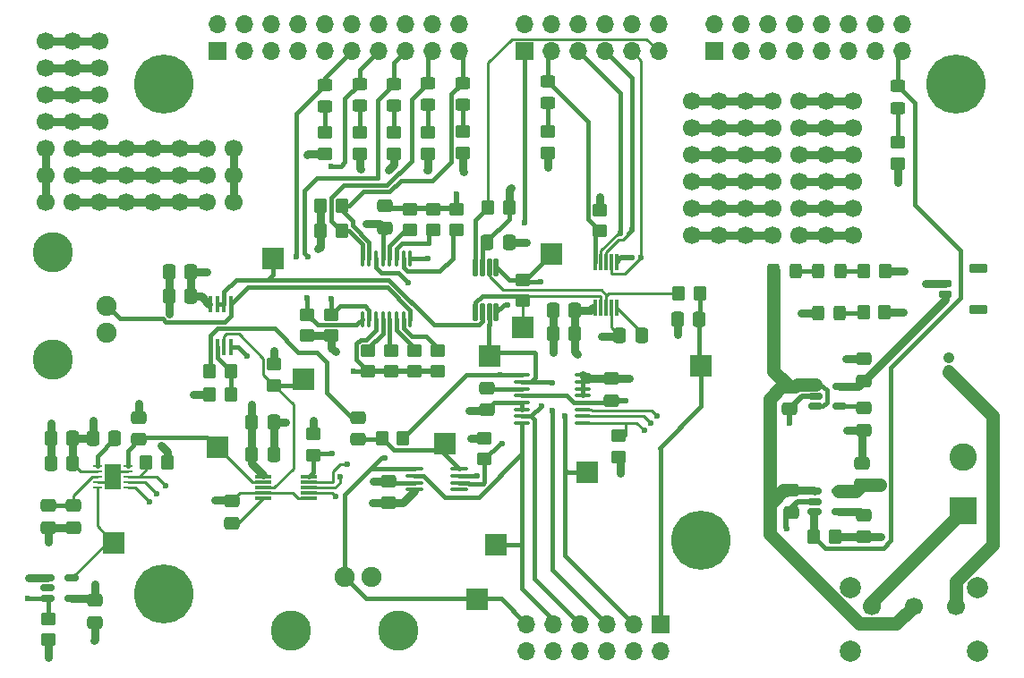
<source format=gbr>
%TF.GenerationSoftware,KiCad,Pcbnew,8.0.8*%
%TF.CreationDate,2025-07-15T12:33:29-07:00*%
%TF.ProjectId,complete_SR1,636f6d70-6c65-4746-955f-5352312e6b69,rev?*%
%TF.SameCoordinates,Original*%
%TF.FileFunction,Copper,L1,Top*%
%TF.FilePolarity,Positive*%
%FSLAX46Y46*%
G04 Gerber Fmt 4.6, Leading zero omitted, Abs format (unit mm)*
G04 Created by KiCad (PCBNEW 8.0.8) date 2025-07-15 12:33:29*
%MOMM*%
%LPD*%
G01*
G04 APERTURE LIST*
G04 Aperture macros list*
%AMRoundRect*
0 Rectangle with rounded corners*
0 $1 Rounding radius*
0 $2 $3 $4 $5 $6 $7 $8 $9 X,Y pos of 4 corners*
0 Add a 4 corners polygon primitive as box body*
4,1,4,$2,$3,$4,$5,$6,$7,$8,$9,$2,$3,0*
0 Add four circle primitives for the rounded corners*
1,1,$1+$1,$2,$3*
1,1,$1+$1,$4,$5*
1,1,$1+$1,$6,$7*
1,1,$1+$1,$8,$9*
0 Add four rect primitives between the rounded corners*
20,1,$1+$1,$2,$3,$4,$5,0*
20,1,$1+$1,$4,$5,$6,$7,0*
20,1,$1+$1,$6,$7,$8,$9,0*
20,1,$1+$1,$8,$9,$2,$3,0*%
G04 Aperture macros list end*
%TA.AperFunction,SMDPad,CuDef*%
%ADD10R,2.000000X2.000000*%
%TD*%
%TA.AperFunction,ComponentPad*%
%ADD11C,1.700000*%
%TD*%
%TA.AperFunction,SMDPad,CuDef*%
%ADD12RoundRect,0.100000X0.100000X-0.637500X0.100000X0.637500X-0.100000X0.637500X-0.100000X-0.637500X0*%
%TD*%
%TA.AperFunction,SMDPad,CuDef*%
%ADD13RoundRect,0.125000X0.125000X-0.687500X0.125000X0.687500X-0.125000X0.687500X-0.125000X-0.687500X0*%
%TD*%
%TA.AperFunction,SMDPad,CuDef*%
%ADD14RoundRect,0.100000X-0.637500X-0.100000X0.637500X-0.100000X0.637500X0.100000X-0.637500X0.100000X0*%
%TD*%
%TA.AperFunction,SMDPad,CuDef*%
%ADD15RoundRect,0.250000X-0.350000X-0.450000X0.350000X-0.450000X0.350000X0.450000X-0.350000X0.450000X0*%
%TD*%
%TA.AperFunction,SMDPad,CuDef*%
%ADD16RoundRect,0.250000X0.337500X0.475000X-0.337500X0.475000X-0.337500X-0.475000X0.337500X-0.475000X0*%
%TD*%
%TA.AperFunction,SMDPad,CuDef*%
%ADD17RoundRect,0.150000X0.475000X-0.150000X0.475000X0.150000X-0.475000X0.150000X-0.475000X-0.150000X0*%
%TD*%
%TA.AperFunction,SMDPad,CuDef*%
%ADD18RoundRect,0.225000X0.625000X-0.225000X0.625000X0.225000X-0.625000X0.225000X-0.625000X-0.225000X0*%
%TD*%
%TA.AperFunction,ComponentPad*%
%ADD19C,1.066800*%
%TD*%
%TA.AperFunction,ComponentPad*%
%ADD20C,5.600000*%
%TD*%
%TA.AperFunction,ComponentPad*%
%ADD21C,2.000000*%
%TD*%
%TA.AperFunction,ComponentPad*%
%ADD22R,1.700000X1.700000*%
%TD*%
%TA.AperFunction,ComponentPad*%
%ADD23O,1.700000X1.700000*%
%TD*%
%TA.AperFunction,ComponentPad*%
%ADD24R,2.600000X2.600000*%
%TD*%
%TA.AperFunction,ComponentPad*%
%ADD25C,2.600000*%
%TD*%
%TA.AperFunction,SMDPad,CuDef*%
%ADD26RoundRect,0.250000X-0.475000X0.337500X-0.475000X-0.337500X0.475000X-0.337500X0.475000X0.337500X0*%
%TD*%
%TA.AperFunction,SMDPad,CuDef*%
%ADD27RoundRect,0.250000X-0.337500X-0.475000X0.337500X-0.475000X0.337500X0.475000X-0.337500X0.475000X0*%
%TD*%
%TA.AperFunction,SMDPad,CuDef*%
%ADD28RoundRect,0.250000X0.475000X-0.337500X0.475000X0.337500X-0.475000X0.337500X-0.475000X-0.337500X0*%
%TD*%
%TA.AperFunction,SMDPad,CuDef*%
%ADD29R,0.457200X1.524000*%
%TD*%
%TA.AperFunction,SMDPad,CuDef*%
%ADD30RoundRect,0.062500X-0.365000X-0.062500X0.365000X-0.062500X0.365000X0.062500X-0.365000X0.062500X0*%
%TD*%
%TA.AperFunction,HeatsinkPad*%
%ADD31R,1.640000X2.380000*%
%TD*%
%TA.AperFunction,SMDPad,CuDef*%
%ADD32RoundRect,0.150000X-0.512500X-0.150000X0.512500X-0.150000X0.512500X0.150000X-0.512500X0.150000X0*%
%TD*%
%TA.AperFunction,SMDPad,CuDef*%
%ADD33R,0.330200X1.524000*%
%TD*%
%TA.AperFunction,SMDPad,CuDef*%
%ADD34R,1.524000X0.330200*%
%TD*%
%TA.AperFunction,SMDPad,CuDef*%
%ADD35RoundRect,0.100000X-0.712500X-0.100000X0.712500X-0.100000X0.712500X0.100000X-0.712500X0.100000X0*%
%TD*%
%TA.AperFunction,SMDPad,CuDef*%
%ADD36RoundRect,0.250000X0.450000X-0.350000X0.450000X0.350000X-0.450000X0.350000X-0.450000X-0.350000X0*%
%TD*%
%TA.AperFunction,SMDPad,CuDef*%
%ADD37RoundRect,0.250000X0.350000X0.450000X-0.350000X0.450000X-0.350000X-0.450000X0.350000X-0.450000X0*%
%TD*%
%TA.AperFunction,SMDPad,CuDef*%
%ADD38RoundRect,0.250000X-0.450000X0.350000X-0.450000X-0.350000X0.450000X-0.350000X0.450000X0.350000X0*%
%TD*%
%TA.AperFunction,ComponentPad*%
%ADD39C,1.905000*%
%TD*%
%TA.AperFunction,ComponentPad*%
%ADD40C,3.810000*%
%TD*%
%TA.AperFunction,SMDPad,CuDef*%
%ADD41RoundRect,0.250000X0.325000X0.450000X-0.325000X0.450000X-0.325000X-0.450000X0.325000X-0.450000X0*%
%TD*%
%TA.AperFunction,SMDPad,CuDef*%
%ADD42RoundRect,0.250000X0.450000X-0.325000X0.450000X0.325000X-0.450000X0.325000X-0.450000X-0.325000X0*%
%TD*%
%TA.AperFunction,ViaPad*%
%ADD43C,0.600000*%
%TD*%
%TA.AperFunction,Conductor*%
%ADD44C,0.762000*%
%TD*%
%TA.AperFunction,Conductor*%
%ADD45C,0.381000*%
%TD*%
%TA.AperFunction,Conductor*%
%ADD46C,0.254000*%
%TD*%
%TA.AperFunction,Conductor*%
%ADD47C,1.270000*%
%TD*%
%TA.AperFunction,Conductor*%
%ADD48C,0.508000*%
%TD*%
G04 APERTURE END LIST*
D10*
%TO.P,TP3,1,1*%
%TO.N,Net-(C1-Pad1)*%
X53800000Y-53600000D03*
%TD*%
%TO.P,TP5,1,1*%
%TO.N,/R_A20*%
X32300000Y-54000000D03*
%TD*%
%TO.P,TP11,1,1*%
%TO.N,/AIN0*%
X78070000Y-46260000D03*
%TD*%
D11*
%TO.P,REF\u002A\u002A554,*%
%TO.N,*%
X21200000Y-15520000D03*
%TD*%
%TO.P,REF\u002A\u002A554,*%
%TO.N,*%
X21200000Y-18060000D03*
%TD*%
%TO.P,REF\u002A\u002A554,*%
%TO.N,*%
X21200000Y-23140000D03*
%TD*%
%TO.P,REF\u002A\u002A554,*%
%TO.N,*%
X21200000Y-20600000D03*
%TD*%
%TO.P,REF\u002A\u002A554,*%
%TO.N,*%
X18660000Y-15520000D03*
%TD*%
%TO.P,REF\u002A\u002A554,*%
%TO.N,*%
X18660000Y-18060000D03*
%TD*%
%TO.P,REF\u002A\u002A554,*%
%TO.N,*%
X18660000Y-23140000D03*
%TD*%
%TO.P,REF\u002A\u002A554,*%
%TO.N,*%
X18660000Y-20600000D03*
%TD*%
%TO.P,REF\u002A\u002A554,*%
%TO.N,*%
X16120000Y-23140000D03*
%TD*%
%TO.P,REF\u002A\u002A554,*%
%TO.N,*%
X16120000Y-25680000D03*
%TD*%
%TO.P,REF\u002A\u002A554,*%
%TO.N,*%
X16120000Y-15520000D03*
%TD*%
%TO.P,REF\u002A\u002A554,*%
%TO.N,*%
X16120000Y-30760000D03*
%TD*%
%TO.P,REF\u002A\u002A554,*%
%TO.N,*%
X16120000Y-28220000D03*
%TD*%
%TO.P,REF\u002A\u002A554,*%
%TO.N,*%
X16120000Y-20600000D03*
%TD*%
%TO.P,REF\u002A\u002A554,*%
%TO.N,*%
X16120000Y-18060000D03*
%TD*%
%TO.P,REF\u002A\u002A554,*%
%TO.N,*%
X26270000Y-30750000D03*
%TD*%
%TO.P,REF\u002A\u002A554,*%
%TO.N,*%
X23730000Y-30750000D03*
%TD*%
%TO.P,REF\u002A\u002A554,*%
%TO.N,*%
X33890000Y-30750000D03*
%TD*%
%TO.P,REF\u002A\u002A554,*%
%TO.N,*%
X18650000Y-30750000D03*
%TD*%
%TO.P,REF\u002A\u002A554,*%
%TO.N,*%
X21190000Y-30750000D03*
%TD*%
%TO.P,REF\u002A\u002A554,*%
%TO.N,*%
X28810000Y-30750000D03*
%TD*%
%TO.P,REF\u002A\u002A554,*%
%TO.N,*%
X31350000Y-30750000D03*
%TD*%
%TO.P,REF\u002A\u002A554,*%
%TO.N,*%
X21190000Y-28210000D03*
%TD*%
%TO.P,REF\u002A\u002A554,*%
%TO.N,*%
X26270000Y-28210000D03*
%TD*%
%TO.P,REF\u002A\u002A554,*%
%TO.N,*%
X23730000Y-28210000D03*
%TD*%
%TO.P,REF\u002A\u002A554,*%
%TO.N,*%
X28810000Y-28210000D03*
%TD*%
%TO.P,REF\u002A\u002A554,*%
%TO.N,*%
X33890000Y-28210000D03*
%TD*%
%TO.P,REF\u002A\u002A554,*%
%TO.N,*%
X18650000Y-28210000D03*
%TD*%
%TO.P,REF\u002A\u002A554,*%
%TO.N,*%
X31350000Y-28210000D03*
%TD*%
%TO.P,REF\u002A\u002A554,*%
%TO.N,*%
X21190000Y-25670000D03*
%TD*%
%TO.P,REF\u002A\u002A554,*%
%TO.N,*%
X31350000Y-25670000D03*
%TD*%
%TO.P,REF\u002A\u002A554,*%
%TO.N,*%
X26270000Y-25670000D03*
%TD*%
%TO.P,REF\u002A\u002A554,*%
%TO.N,*%
X18650000Y-25670000D03*
%TD*%
%TO.P,REF\u002A\u002A554,*%
%TO.N,*%
X23730000Y-25670000D03*
%TD*%
%TO.P,REF\u002A\u002A554,*%
%TO.N,*%
X28810000Y-25670000D03*
%TD*%
%TO.P,REF\u002A\u002A554,*%
%TO.N,*%
X33890000Y-25670000D03*
%TD*%
%TO.P,REF\u002A\u002A554,*%
%TO.N,*%
X79740000Y-33940000D03*
%TD*%
%TO.P,REF\u002A\u002A554,*%
%TO.N,*%
X89900000Y-33940000D03*
%TD*%
%TO.P,REF\u002A\u002A554,*%
%TO.N,*%
X84820000Y-33940000D03*
%TD*%
%TO.P,REF\u002A\u002A554,*%
%TO.N,*%
X77200000Y-33940000D03*
%TD*%
%TO.P,REF\u002A\u002A554,*%
%TO.N,*%
X82280000Y-33940000D03*
%TD*%
%TO.P,REF\u002A\u002A554,*%
%TO.N,*%
X87360000Y-33940000D03*
%TD*%
%TO.P,REF\u002A\u002A554,*%
%TO.N,*%
X92440000Y-33940000D03*
%TD*%
%TO.P,REF\u002A\u002A554,*%
%TO.N,*%
X84820000Y-31400000D03*
%TD*%
%TO.P,REF\u002A\u002A554,*%
%TO.N,*%
X79740000Y-31400000D03*
%TD*%
%TO.P,REF\u002A\u002A554,*%
%TO.N,*%
X87360000Y-31400000D03*
%TD*%
%TO.P,REF\u002A\u002A554,*%
%TO.N,*%
X89900000Y-31400000D03*
%TD*%
%TO.P,REF\u002A\u002A554,*%
%TO.N,*%
X82280000Y-31400000D03*
%TD*%
%TO.P,REF\u002A\u002A554,*%
%TO.N,*%
X77200000Y-31400000D03*
%TD*%
%TO.P,REF\u002A\u002A554,*%
%TO.N,*%
X92440000Y-31400000D03*
%TD*%
%TO.P,REF\u002A\u002A554,*%
%TO.N,*%
X84820000Y-28860000D03*
%TD*%
%TO.P,REF\u002A\u002A554,*%
%TO.N,*%
X89900000Y-28860000D03*
%TD*%
%TO.P,REF\u002A\u002A554,*%
%TO.N,*%
X79740000Y-28860000D03*
%TD*%
%TO.P,REF\u002A\u002A554,*%
%TO.N,*%
X77200000Y-28860000D03*
%TD*%
%TO.P,REF\u002A\u002A554,*%
%TO.N,*%
X92440000Y-28860000D03*
%TD*%
%TO.P,REF\u002A\u002A554,*%
%TO.N,*%
X87360000Y-28860000D03*
%TD*%
%TO.P,REF\u002A\u002A554,*%
%TO.N,*%
X82280000Y-28860000D03*
%TD*%
%TO.P,REF\u002A\u002A554,*%
%TO.N,*%
X89900000Y-26320000D03*
%TD*%
%TO.P,REF\u002A\u002A554,*%
%TO.N,*%
X79740000Y-26320000D03*
%TD*%
%TO.P,REF\u002A\u002A554,*%
%TO.N,*%
X84820000Y-26320000D03*
%TD*%
%TO.P,REF\u002A\u002A554,*%
%TO.N,*%
X92440000Y-26320000D03*
%TD*%
%TO.P,REF\u002A\u002A554,*%
%TO.N,*%
X87360000Y-26320000D03*
%TD*%
%TO.P,REF\u002A\u002A554,*%
%TO.N,*%
X82280000Y-26320000D03*
%TD*%
%TO.P,REF\u002A\u002A554,*%
%TO.N,*%
X77200000Y-26320000D03*
%TD*%
%TO.P,REF\u002A\u002A554,*%
%TO.N,*%
X92440000Y-23780000D03*
%TD*%
%TO.P,REF\u002A\u002A554,*%
%TO.N,*%
X89900000Y-23780000D03*
%TD*%
%TO.P,REF\u002A\u002A554,*%
%TO.N,*%
X79740000Y-23780000D03*
%TD*%
%TO.P,REF\u002A\u002A554,*%
%TO.N,*%
X84820000Y-23780000D03*
%TD*%
%TO.P,REF\u002A\u002A554,*%
%TO.N,*%
X87360000Y-23780000D03*
%TD*%
%TO.P,REF\u002A\u002A554,*%
%TO.N,*%
X82280000Y-23780000D03*
%TD*%
%TO.P,REF\u002A\u002A554,*%
%TO.N,*%
X77200000Y-23780000D03*
%TD*%
%TO.P,REF\u002A\u002A554,*%
%TO.N,*%
X92440000Y-21240000D03*
%TD*%
%TO.P,REF\u002A\u002A554,*%
%TO.N,*%
X89900000Y-21240000D03*
%TD*%
%TO.P,REF\u002A\u002A554,*%
%TO.N,*%
X87360000Y-21240000D03*
%TD*%
%TO.P,REF\u002A\u002A554,*%
%TO.N,*%
X84820000Y-21240000D03*
%TD*%
%TO.P,REF\u002A\u002A554,*%
%TO.N,*%
X82280000Y-21240000D03*
%TD*%
%TO.P,REF\u002A\u002A554,*%
%TO.N,*%
X79740000Y-21240000D03*
%TD*%
%TO.P,REF\u002A\u002A554,*%
%TO.N,*%
X77200000Y-21240000D03*
%TD*%
D12*
%TO.P,U11,1,A0*%
%TO.N,/MUX0*%
X46025000Y-41832500D03*
%TO.P,U11,2,EN*%
%TO.N,/MUX_EN*%
X46675000Y-41832500D03*
%TO.P,U11,3,VSS*%
%TO.N,GND*%
X47325000Y-41832500D03*
%TO.P,U11,4,S1*%
%TO.N,/100K*%
X47975000Y-41832500D03*
%TO.P,U11,5,S2*%
%TO.N,/1M*%
X48625000Y-41832500D03*
%TO.P,U11,6,S3*%
%TO.N,/10M*%
X49275000Y-41832500D03*
%TO.P,U11,7,S4*%
%TO.N,/100M*%
X49925000Y-41832500D03*
%TO.P,U11,8,D*%
%TO.N,/DATA_IN*%
X50575000Y-41832500D03*
%TO.P,U11,9,S8*%
%TO.N,/EXC{slash}AIN5*%
X50575000Y-36107500D03*
%TO.P,U11,10,S7*%
%TO.N,/100G*%
X49925000Y-36107500D03*
%TO.P,U11,11,S6*%
%TO.N,/10G*%
X49275000Y-36107500D03*
%TO.P,U11,12,S5*%
%TO.N,/1G*%
X48625000Y-36107500D03*
%TO.P,U11,13,VDD*%
%TO.N,/3V3*%
X47975000Y-36107500D03*
%TO.P,U11,14,GND*%
%TO.N,GND*%
X47325000Y-36107500D03*
%TO.P,U11,15,A2*%
%TO.N,/MUX2*%
X46675000Y-36107500D03*
%TO.P,U11,16,A1*%
%TO.N,/MUX1*%
X46025000Y-36107500D03*
%TD*%
D13*
%TO.P,U8,1,RG*%
%TO.N,/R_A100*%
X56750000Y-41162500D03*
%TO.P,U8,2,VIN-*%
%TO.N,Net-(U15B--)*%
X57400000Y-41162500D03*
%TO.P,U8,3,VIN+*%
%TO.N,/V_INN{slash}AIN2*%
X58050000Y-41162500D03*
%TO.P,U8,4,V-*%
%TO.N,GND*%
X58700000Y-41162500D03*
%TO.P,U8,5,REF*%
%TO.N,/V_REF{slash}AIN3*%
X58700000Y-36937500D03*
%TO.P,U8,6,VOUT*%
%TO.N,/R_W100*%
X58050000Y-36937500D03*
%TO.P,U8,7,V+*%
%TO.N,/3V3*%
X57400000Y-36937500D03*
%TO.P,U8,8,SHDN*%
%TO.N,/INAMP_SHDN*%
X56750000Y-36937500D03*
%TD*%
D14*
%TO.P,U3,1,VOUTA*%
%TO.N,/V_VG{slash}AIN1*%
X61137500Y-47125000D03*
%TO.P,U3,2,VOUTB*%
%TO.N,/V_INN{slash}AIN2*%
X61137500Y-47775000D03*
%TO.P,U3,3,VREFH/VREFOUT*%
%TO.N,Net-(U3-VREFH{slash}VREFOUT)*%
X61137500Y-48425000D03*
%TO.P,U3,4,AVDD*%
%TO.N,/3V3*%
X61137500Y-49075000D03*
%TO.P,U3,5,VREFL*%
%TO.N,GND*%
X61137500Y-49725000D03*
%TO.P,U3,6,GND*%
X61137500Y-50375000D03*
%TO.P,U3,7,VOUTC*%
%TO.N,/V_REF{slash}AIN3*%
X61137500Y-51025000D03*
%TO.P,U3,8,VOUTD*%
%TO.N,/V_FS{slash}AIN4*%
X61137500Y-51675000D03*
%TO.P,U3,9,~{SYNC}*%
%TO.N,/DAC_SYNC*%
X66862500Y-51675000D03*
%TO.P,U3,10,SCLK*%
%TO.N,/DAC_SCLK*%
X66862500Y-51025000D03*
%TO.P,U3,11,DIN*%
%TO.N,/DAC_DIN*%
X66862500Y-50375000D03*
%TO.P,U3,12,IOVDD*%
%TO.N,/3V3*%
X66862500Y-49725000D03*
%TO.P,U3,13,A0*%
%TO.N,GND*%
X66862500Y-49075000D03*
%TO.P,U3,14,A1*%
X66862500Y-48425000D03*
%TO.P,U3,15,~{ENABLE}*%
X66862500Y-47775000D03*
%TO.P,U3,16,LDAC*%
X66862500Y-47125000D03*
%TD*%
D15*
%TO.P,R10,1*%
%TO.N,/R_W100*%
X75960000Y-39420000D03*
%TO.P,R10,2*%
%TO.N,/AIN0*%
X77960000Y-39420000D03*
%TD*%
D16*
%TO.P,C3,1*%
%TO.N,/AIN0*%
X77927500Y-41840000D03*
%TO.P,C3,2*%
%TO.N,GND*%
X75852500Y-41840000D03*
%TD*%
D17*
%TO.P,J10,1,Pin_1*%
%TO.N,/D3V3*%
X101175000Y-39500000D03*
%TO.P,J10,2,Pin_2*%
%TO.N,GND*%
X101175000Y-38500000D03*
D18*
%TO.P,J10,MP*%
%TO.N,N/C*%
X104300000Y-40950000D03*
X104300000Y-37050000D03*
%TD*%
D19*
%TO.P,J3,2,Pin_2*%
%TO.N,GND*%
X101474000Y-45470100D03*
%TO.P,J3,1,Pin_1*%
%TO.N,/3V7B*%
X101474000Y-46720100D03*
%TD*%
D20*
%TO.P,H4,1,1*%
%TO.N,GND*%
X78040000Y-62800000D03*
%TD*%
%TO.P,H3,1,1*%
%TO.N,GND*%
X102170000Y-19620000D03*
%TD*%
%TO.P,H2,1,1*%
%TO.N,GND*%
X27240000Y-19620000D03*
%TD*%
%TO.P,H1,1,1*%
%TO.N,GND*%
X27240000Y-67880000D03*
%TD*%
D21*
%TO.P,SW1,*%
%TO.N,*%
X92200000Y-67250000D03*
X92200000Y-73250000D03*
X104200000Y-67250000D03*
X104200000Y-73250000D03*
D11*
%TO.P,SW1,1,C*%
%TO.N,/3V7P*%
X94200000Y-69000000D03*
%TO.P,SW1,2,B*%
%TO.N,/3V7*%
X98200000Y-69000000D03*
%TO.P,SW1,3,A*%
%TO.N,/3V7B*%
X102200000Y-69000000D03*
%TD*%
D22*
%TO.P,J8,1,Pin_1*%
%TO.N,unconnected-(J8-Pin_1-Pad1)*%
X79310000Y-16500000D03*
D23*
%TO.P,J8,2,Pin_2*%
%TO.N,GND*%
X79310000Y-13960000D03*
%TO.P,J8,3,Pin_3*%
%TO.N,/DAC_DIN*%
X81850000Y-16500000D03*
%TO.P,J8,4,Pin_4*%
%TO.N,GND*%
X81850000Y-13960000D03*
%TO.P,J8,5,Pin_5*%
%TO.N,/DAC_SCLK*%
X84390000Y-16500000D03*
%TO.P,J8,6,Pin_6*%
%TO.N,GND*%
X84390000Y-13960000D03*
%TO.P,J8,7,Pin_7*%
%TO.N,unconnected-(J8-Pin_7-Pad7)*%
X86930000Y-16500000D03*
%TO.P,J8,8,Pin_8*%
%TO.N,GND*%
X86930000Y-13960000D03*
%TO.P,J8,9,Pin_9*%
%TO.N,unconnected-(J8-Pin_9-Pad9)*%
X89470000Y-16500000D03*
%TO.P,J8,10,Pin_10*%
%TO.N,GND*%
X89470000Y-13960000D03*
%TO.P,J8,11,Pin_11*%
%TO.N,unconnected-(J8-Pin_11-Pad11)*%
X92010000Y-16500000D03*
%TO.P,J8,12,Pin_12*%
%TO.N,GND*%
X92010000Y-13960000D03*
%TO.P,J8,13,Pin_13*%
%TO.N,/DAC_SYNC*%
X94550000Y-16500000D03*
%TO.P,J8,14,Pin_14*%
%TO.N,GND*%
X94550000Y-13960000D03*
%TO.P,J8,15,Pin_15*%
%TO.N,/PWR_EN*%
X97090000Y-16500000D03*
%TO.P,J8,16,Pin_16*%
%TO.N,GND*%
X97090000Y-13960000D03*
%TD*%
D24*
%TO.P,J2,1,Pin_1*%
%TO.N,/3V7P*%
X102905000Y-59945000D03*
D25*
%TO.P,J2,2,Pin_2*%
%TO.N,GND*%
X102905000Y-54865000D03*
%TD*%
D26*
%TO.P,XC32,1*%
%TO.N,GND*%
X48500000Y-57162500D03*
%TO.P,XC32,2*%
%TO.N,/3V3*%
X48500000Y-59237500D03*
%TD*%
D16*
%TO.P,XC31,1*%
%TO.N,/3V3*%
X29837500Y-37400000D03*
%TO.P,XC31,2*%
%TO.N,GND*%
X27762500Y-37400000D03*
%TD*%
%TO.P,XC30,1*%
%TO.N,/3V3*%
X29837500Y-39700000D03*
%TO.P,XC30,2*%
%TO.N,GND*%
X27762500Y-39700000D03*
%TD*%
D27*
%TO.P,XC29,1*%
%TO.N,/3V3*%
X35562500Y-54610000D03*
%TO.P,XC29,2*%
%TO.N,GND*%
X37637500Y-54610000D03*
%TD*%
D16*
%TO.P,XC28,1*%
%TO.N,GND*%
X37637500Y-51600000D03*
%TO.P,XC28,2*%
%TO.N,/3V3*%
X35562500Y-51600000D03*
%TD*%
D28*
%TO.P,XC27,1*%
%TO.N,Net-(U5-EXT_CAP)*%
X33700000Y-61137500D03*
%TO.P,XC27,2*%
%TO.N,GND*%
X33700000Y-59062500D03*
%TD*%
%TO.P,XC26,1*%
%TO.N,/R_A20*%
X24900000Y-53237500D03*
%TO.P,XC26,2*%
%TO.N,GND*%
X24900000Y-51162500D03*
%TD*%
D16*
%TO.P,XC25,1*%
%TO.N,/3V3*%
X18627500Y-53100000D03*
%TO.P,XC25,2*%
%TO.N,GND*%
X16552500Y-53100000D03*
%TD*%
%TO.P,XC24,1*%
%TO.N,/3V3*%
X18627500Y-55472500D03*
%TO.P,XC24,2*%
%TO.N,GND*%
X16552500Y-55472500D03*
%TD*%
D26*
%TO.P,XC23,1*%
%TO.N,Net-(U14-CAP{slash}2.5V)*%
X16300000Y-59500000D03*
%TO.P,XC23,2*%
%TO.N,GND*%
X16300000Y-61575000D03*
%TD*%
%TO.P,XC22,2*%
%TO.N,GND*%
X18710000Y-61575000D03*
%TO.P,XC22,1*%
%TO.N,Net-(U14-CAP{slash}2.5V)*%
X18710000Y-59500000D03*
%TD*%
%TO.P,XC21,1*%
%TO.N,/3V3*%
X20700000Y-68462500D03*
%TO.P,XC21,2*%
%TO.N,GND*%
X20700000Y-70537500D03*
%TD*%
D28*
%TO.P,XC14,1*%
%TO.N,GND*%
X57800000Y-50437500D03*
%TO.P,XC14,2*%
%TO.N,Net-(U3-VREFH{slash}VREFOUT)*%
X57800000Y-48362500D03*
%TD*%
%TO.P,XC12,1*%
%TO.N,/3V3*%
X69600000Y-49537500D03*
%TO.P,XC12,2*%
%TO.N,GND*%
X69600000Y-47462500D03*
%TD*%
D16*
%TO.P,XC11,1*%
%TO.N,Net-(U7-EXT_CAP)*%
X72437500Y-43400000D03*
%TO.P,XC11,2*%
%TO.N,GND*%
X70362500Y-43400000D03*
%TD*%
%TO.P,XC10,1*%
%TO.N,/3V3*%
X66137500Y-41000000D03*
%TO.P,XC10,2*%
%TO.N,GND*%
X64062500Y-41000000D03*
%TD*%
%TO.P,XC9,1*%
%TO.N,/3V3*%
X66137500Y-43211299D03*
%TO.P,XC9,2*%
%TO.N,GND*%
X64062500Y-43211299D03*
%TD*%
D27*
%TO.P,XC8,1*%
%TO.N,/3V3*%
X57862500Y-34600000D03*
%TO.P,XC8,2*%
%TO.N,GND*%
X59937500Y-34600000D03*
%TD*%
D28*
%TO.P,XC7,1*%
%TO.N,/3V3*%
X48140000Y-33207500D03*
%TO.P,XC7,2*%
%TO.N,GND*%
X48140000Y-31132500D03*
%TD*%
D26*
%TO.P,XC6,1*%
%TO.N,GND*%
X93437500Y-45622500D03*
%TO.P,XC6,2*%
%TO.N,/D3V3*%
X93437500Y-47697500D03*
%TD*%
D28*
%TO.P,XC5,1*%
%TO.N,GND*%
X93437500Y-52335000D03*
%TO.P,XC5,2*%
%TO.N,Net-(U13-BP)*%
X93437500Y-50260000D03*
%TD*%
%TO.P,XC4,1*%
%TO.N,GND*%
X86437500Y-50297500D03*
%TO.P,XC4,2*%
%TO.N,/3V7*%
X86437500Y-48222500D03*
%TD*%
D26*
%TO.P,XC3,1*%
%TO.N,GND*%
X93325000Y-55462500D03*
%TO.P,XC3,2*%
%TO.N,/3V3*%
X93325000Y-57537500D03*
%TD*%
D28*
%TO.P,XC2,1*%
%TO.N,GND*%
X93425000Y-62437500D03*
%TO.P,XC2,2*%
%TO.N,Net-(U12-BP)*%
X93425000Y-60362500D03*
%TD*%
%TO.P,XC1,1*%
%TO.N,GND*%
X86650000Y-60147500D03*
%TO.P,XC1,2*%
%TO.N,/3V7*%
X86650000Y-58072500D03*
%TD*%
D29*
%TO.P,U15,1*%
%TO.N,Net-(C1-Pad2)*%
X31650002Y-44487200D03*
%TO.P,U15,2,-*%
%TO.N,Net-(U15A--)*%
X32300000Y-44487200D03*
%TO.P,U15,3,+*%
%TO.N,/R_W20*%
X32950002Y-44487200D03*
%TO.P,U15,4,V-*%
%TO.N,GND*%
X33600000Y-44487200D03*
%TO.P,U15,5,+*%
%TO.N,/DATA_IN*%
X33600000Y-40400000D03*
%TO.P,U15,6,-*%
%TO.N,Net-(U15B--)*%
X32950002Y-40400000D03*
%TO.P,U15,7*%
X32300000Y-40400000D03*
%TO.P,U15,8,V+*%
%TO.N,/3V3*%
X31650002Y-40400000D03*
%TD*%
D30*
%TO.P,U14,1,COMP*%
%TO.N,/COMP*%
X20952500Y-55752500D03*
%TO.P,U14,2,VDD*%
%TO.N,/3V3*%
X20952500Y-56252500D03*
%TO.P,U14,3,CAP/2.5V*%
%TO.N,Net-(U14-CAP{slash}2.5V)*%
X20952500Y-56752500D03*
%TO.P,U14,4,DGND*%
%TO.N,GND*%
X20952500Y-57252500D03*
%TO.P,U14,5,MCLK*%
%TO.N,/MCLK*%
X20952500Y-57752500D03*
%TO.P,U14,6,SDATA*%
%TO.N,/DDS_SDATA*%
X23847500Y-57752500D03*
%TO.P,U14,7,SCLK*%
%TO.N,/DDS_SCLK*%
X23847500Y-57252500D03*
%TO.P,U14,8,~{FSYNC}*%
%TO.N,/DDS_FSYNC*%
X23847500Y-56752500D03*
%TO.P,U14,9,AGND*%
%TO.N,GND*%
X23847500Y-56252500D03*
%TO.P,U14,10,VOUT*%
%TO.N,/R_A20*%
X23847500Y-55752500D03*
D31*
%TO.P,U14,11,PAD*%
%TO.N,GND*%
X22400000Y-56752500D03*
%TD*%
D32*
%TO.P,U13,5,VOUT*%
%TO.N,/D3V3*%
X91200000Y-48200000D03*
%TO.P,U13,4,BP*%
%TO.N,Net-(U13-BP)*%
X91200000Y-50100000D03*
%TO.P,U13,3,ON/~{OFF}*%
%TO.N,/3V7*%
X88925000Y-50100000D03*
%TO.P,U13,2,GND*%
%TO.N,GND*%
X88925000Y-49150000D03*
%TO.P,U13,1,VIN*%
%TO.N,/3V7*%
X88925000Y-48200000D03*
%TD*%
%TO.P,U12,1,VIN*%
%TO.N,/3V7*%
X88787500Y-58150000D03*
%TO.P,U12,2,GND*%
%TO.N,GND*%
X88787500Y-59100000D03*
%TO.P,U12,3,ON/~{OFF}*%
%TO.N,/PWR_EN*%
X88787500Y-60050000D03*
%TO.P,U12,4,BP*%
%TO.N,Net-(U12-BP)*%
X91062500Y-60050000D03*
%TO.P,U12,5,VOUT*%
%TO.N,/3V3*%
X91062500Y-58150000D03*
%TD*%
D33*
%TO.P,U7,10,\u002ASYNC*%
%TO.N,/RHEO_SYNC_100*%
X68099999Y-36428300D03*
%TO.P,U7,9,SCLK*%
%TO.N,/RHEO_SCLK*%
X68600001Y-36428300D03*
%TO.P,U7,8,DIN*%
%TO.N,/RHEO_DIN*%
X69100000Y-36428300D03*
%TO.P,U7,7,SDO*%
%TO.N,/RHEO_SDO*%
X69599999Y-36428300D03*
%TO.P,U7,6,GND*%
%TO.N,GND*%
X70100001Y-36428300D03*
%TO.P,U7,5,EXT_CAP*%
%TO.N,Net-(U7-EXT_CAP)*%
X70100001Y-40771700D03*
%TO.P,U7,4,VSS*%
%TO.N,GND*%
X69599999Y-40771700D03*
%TO.P,U7,3,W*%
%TO.N,/R_W100*%
X69100000Y-40771700D03*
%TO.P,U7,2,A*%
%TO.N,/R_A100*%
X68600001Y-40771700D03*
%TO.P,U7,1,VDD*%
%TO.N,/3V3*%
X68099999Y-40771700D03*
%TD*%
D32*
%TO.P,U6,1,GND*%
%TO.N,GND*%
X16262500Y-66350000D03*
%TO.P,U6,2,NC*%
%TO.N,unconnected-(U6-NC-Pad2)*%
X16262500Y-67300000D03*
%TO.P,U6,3,ST*%
%TO.N,/OSC_OE*%
X16262500Y-68250000D03*
%TO.P,U6,4,VDD*%
%TO.N,/3V3*%
X18537500Y-68250000D03*
%TO.P,U6,5,OUT*%
%TO.N,/MCLK*%
X18537500Y-66350000D03*
%TD*%
D34*
%TO.P,U5,1,VDD*%
%TO.N,/3V3*%
X36628300Y-56799999D03*
%TO.P,U5,2,A*%
%TO.N,/R_A20*%
X36628300Y-57300001D03*
%TO.P,U5,3,W*%
%TO.N,/R_W20*%
X36628300Y-57800000D03*
%TO.P,U5,4,VSS*%
%TO.N,GND*%
X36628300Y-58299999D03*
%TO.P,U5,5,EXT_CAP*%
%TO.N,Net-(U5-EXT_CAP)*%
X36628300Y-58800001D03*
%TO.P,U5,6,GND*%
%TO.N,GND*%
X40971700Y-58800001D03*
%TO.P,U5,7,SDO*%
%TO.N,/RHEO_SDO*%
X40971700Y-58299999D03*
%TO.P,U5,8,DIN*%
%TO.N,/RHEO_DIN*%
X40971700Y-57800000D03*
%TO.P,U5,9,SCLK*%
%TO.N,/RHEO_SCLK*%
X40971700Y-57300001D03*
%TO.P,U5,10,\u002ASYNC*%
%TO.N,/RHEO_SYNC_20*%
X40971700Y-56799999D03*
%TD*%
D35*
%TO.P,U2,1*%
%TO.N,/EXC{slash}AIN5*%
X50987500Y-56025000D03*
%TO.P,U2,2*%
%TO.N,/V_FS{slash}AIN4*%
X50987500Y-56675000D03*
%TO.P,U2,3,GND*%
%TO.N,GND*%
X50987500Y-57325000D03*
%TO.P,U2,4,VDD*%
%TO.N,/3V3*%
X50987500Y-57975000D03*
%TO.P,U2,5,NC*%
%TO.N,unconnected-(U2B-NC-Pad5)*%
X55212500Y-57975000D03*
%TO.P,U2,6*%
%TO.N,/SINE_MODE*%
X55212500Y-57325000D03*
%TO.P,U2,7,VSS*%
%TO.N,GND*%
X55212500Y-56675000D03*
%TO.P,U2,8*%
%TO.N,Net-(C1-Pad1)*%
X55212500Y-56025000D03*
%TD*%
D10*
%TO.P,TP12,1,1*%
%TO.N,/R_A100*%
X61200000Y-42600000D03*
%TD*%
%TO.P,TP10,1,1*%
%TO.N,/V_FS{slash}AIN4*%
X58700000Y-63200000D03*
%TD*%
%TO.P,TP9,1,1*%
%TO.N,/V_REF{slash}AIN3*%
X63900000Y-35700000D03*
%TD*%
%TO.P,TP8,1,1*%
%TO.N,/V_INN{slash}AIN2*%
X58100000Y-45300000D03*
%TD*%
%TO.P,TP7,1,1*%
%TO.N,/V_VG{slash}AIN1*%
X67300000Y-56300000D03*
%TD*%
%TO.P,TP6,1,1*%
%TO.N,Net-(U15B--)*%
X37600000Y-36100000D03*
%TD*%
%TO.P,TP4,1,1*%
%TO.N,/EXC{slash}AIN5*%
X56890000Y-68370000D03*
%TD*%
%TO.P,TP2,1,1*%
%TO.N,/R_W20*%
X40500000Y-47500000D03*
%TD*%
D36*
%TO.P,RP13,1*%
%TO.N,/RHEO_SYNC_20*%
X41400000Y-54700000D03*
%TO.P,RP13,2*%
%TO.N,/3V3*%
X41400000Y-52700000D03*
%TD*%
%TO.P,RP12,1*%
%TO.N,/RHEO_SYNC_100*%
X68500000Y-33500000D03*
%TO.P,RP12,2*%
%TO.N,/3V3*%
X68500000Y-31500000D03*
%TD*%
D15*
%TO.P,RP11,1*%
%TO.N,/DDS_FSYNC*%
X25600000Y-55400000D03*
%TO.P,RP11,2*%
%TO.N,/3V3*%
X27600000Y-55400000D03*
%TD*%
D37*
%TO.P,RP10,2*%
%TO.N,GND*%
X42090000Y-31090000D03*
%TO.P,RP10,1*%
%TO.N,/MUX2*%
X44090000Y-31090000D03*
%TD*%
D15*
%TO.P,RP9,2*%
%TO.N,/3V3*%
X59900000Y-31300000D03*
%TO.P,RP9,1*%
%TO.N,/INAMP_SHDN*%
X57900000Y-31300000D03*
%TD*%
D37*
%TO.P,RP8,2*%
%TO.N,GND*%
X42090000Y-33510000D03*
%TO.P,RP8,1*%
%TO.N,/MUX1*%
X44090000Y-33510000D03*
%TD*%
D36*
%TO.P,RP7,1*%
%TO.N,/3V3*%
X70300000Y-54900000D03*
%TO.P,RP7,2*%
%TO.N,/DAC_SYNC*%
X70300000Y-52900000D03*
%TD*%
D38*
%TO.P,RP6,2*%
%TO.N,GND*%
X40800000Y-43400000D03*
%TO.P,RP6,1*%
%TO.N,/MUX0*%
X40800000Y-41400000D03*
%TD*%
%TO.P,RP4,2*%
%TO.N,GND*%
X43100000Y-43400000D03*
%TO.P,RP4,1*%
%TO.N,/MUX_EN*%
X43100000Y-41400000D03*
%TD*%
D15*
%TO.P,RP2,1*%
%TO.N,/PWR_EN*%
X88725000Y-62400000D03*
%TO.P,RP2,2*%
%TO.N,GND*%
X90725000Y-62400000D03*
%TD*%
D36*
%TO.P,RP1,1*%
%TO.N,/SINE_MODE*%
X57600000Y-55100000D03*
%TO.P,RP1,2*%
%TO.N,GND*%
X57600000Y-53100000D03*
%TD*%
D38*
%TO.P,R25,1*%
%TO.N,Net-(D10-K)*%
X42500000Y-24200000D03*
%TO.P,R25,2*%
%TO.N,GND*%
X42500000Y-26200000D03*
%TD*%
%TO.P,R24,2*%
%TO.N,GND*%
X63600000Y-26100000D03*
%TO.P,R24,1*%
%TO.N,Net-(D9-K)*%
X63600000Y-24100000D03*
%TD*%
%TO.P,R23,2*%
%TO.N,GND*%
X55500000Y-26100000D03*
%TO.P,R23,1*%
%TO.N,Net-(D8-K)*%
X55500000Y-24100000D03*
%TD*%
%TO.P,R22,2*%
%TO.N,GND*%
X52200000Y-26200000D03*
%TO.P,R22,1*%
%TO.N,Net-(D7-K)*%
X52200000Y-24200000D03*
%TD*%
%TO.P,R21,2*%
%TO.N,GND*%
X49000000Y-26200000D03*
%TO.P,R21,1*%
%TO.N,Net-(D6-K)*%
X49000000Y-24200000D03*
%TD*%
%TO.P,R20,2*%
%TO.N,GND*%
X45800000Y-26200000D03*
%TO.P,R20,1*%
%TO.N,Net-(D5-K)*%
X45800000Y-24200000D03*
%TD*%
%TO.P,R19,2*%
%TO.N,GND*%
X96700000Y-27100000D03*
%TO.P,R19,1*%
%TO.N,Net-(D4-K)*%
X96700000Y-25100000D03*
%TD*%
D15*
%TO.P,R18,2*%
%TO.N,GND*%
X95450000Y-41200000D03*
%TO.P,R18,1*%
%TO.N,Net-(D3-K)*%
X93450000Y-41200000D03*
%TD*%
D38*
%TO.P,R17,1*%
%TO.N,GND*%
X37700000Y-46100000D03*
%TO.P,R17,2*%
%TO.N,/R_W20*%
X37700000Y-48100000D03*
%TD*%
D37*
%TO.P,R16,1*%
%TO.N,Net-(U15A--)*%
X33600000Y-46800000D03*
%TO.P,R16,2*%
%TO.N,Net-(C1-Pad2)*%
X31600000Y-46800000D03*
%TD*%
%TO.P,R15,1*%
%TO.N,Net-(U15A--)*%
X33600000Y-49000000D03*
%TO.P,R15,2*%
%TO.N,GND*%
X31600000Y-49000000D03*
%TD*%
D36*
%TO.P,R14,1*%
%TO.N,/3V3*%
X16300000Y-72200000D03*
%TO.P,R14,2*%
%TO.N,/OSC_OE*%
X16300000Y-70200000D03*
%TD*%
D15*
%TO.P,R13,1*%
%TO.N,Net-(C1-Pad1)*%
X47900000Y-53100000D03*
%TO.P,R13,2*%
%TO.N,/V_VG{slash}AIN1*%
X49900000Y-53100000D03*
%TD*%
%TO.P,R9,2*%
%TO.N,GND*%
X95475000Y-37300000D03*
%TO.P,R9,1*%
%TO.N,Net-(D12-K)*%
X93475000Y-37300000D03*
%TD*%
D36*
%TO.P,R8,2*%
%TO.N,/V_REF{slash}AIN3*%
X61200000Y-38100000D03*
%TO.P,R8,1*%
%TO.N,/R_A100*%
X61200000Y-40100000D03*
%TD*%
%TO.P,R7,2*%
%TO.N,GND*%
X54980000Y-31417500D03*
%TO.P,R7,1*%
%TO.N,/100G*%
X54980000Y-33417500D03*
%TD*%
%TO.P,R6,2*%
%TO.N,GND*%
X52770000Y-31430000D03*
%TO.P,R6,1*%
%TO.N,/10G*%
X52770000Y-33430000D03*
%TD*%
%TO.P,R5,2*%
%TO.N,GND*%
X50500000Y-31417500D03*
%TO.P,R5,1*%
%TO.N,/1G*%
X50500000Y-33417500D03*
%TD*%
D38*
%TO.P,R4,1*%
%TO.N,/100M*%
X53200000Y-44800000D03*
%TO.P,R4,2*%
%TO.N,GND*%
X53200000Y-46800000D03*
%TD*%
%TO.P,R3,1*%
%TO.N,/10M*%
X51000000Y-44800000D03*
%TO.P,R3,2*%
%TO.N,GND*%
X51000000Y-46800000D03*
%TD*%
%TO.P,R2,1*%
%TO.N,/1M*%
X48800000Y-44800000D03*
%TO.P,R2,2*%
%TO.N,GND*%
X48800000Y-46800000D03*
%TD*%
%TO.P,R1,1*%
%TO.N,/100K*%
X46600000Y-44800000D03*
%TO.P,R1,2*%
%TO.N,GND*%
X46600000Y-46800000D03*
%TD*%
D22*
%TO.P,J9,1,Pin_1*%
%TO.N,/AIN0*%
X74240000Y-70700000D03*
D23*
%TO.P,J9,2,Pin_2*%
%TO.N,GND*%
X74240000Y-73240000D03*
%TO.P,J9,3,Pin_3*%
%TO.N,/V_VG{slash}AIN1*%
X71700000Y-70700000D03*
%TO.P,J9,4,Pin_4*%
%TO.N,GND*%
X71700000Y-73240000D03*
%TO.P,J9,5,Pin_5*%
%TO.N,/V_INN{slash}AIN2*%
X69160000Y-70700000D03*
%TO.P,J9,6,Pin_6*%
%TO.N,GND*%
X69160000Y-73240000D03*
%TO.P,J9,7,Pin_7*%
%TO.N,/V_REF{slash}AIN3*%
X66620000Y-70700000D03*
%TO.P,J9,8,Pin_8*%
%TO.N,GND*%
X66620000Y-73240000D03*
%TO.P,J9,9,Pin_9*%
%TO.N,/V_FS{slash}AIN4*%
X64080000Y-70700000D03*
%TO.P,J9,10,Pin_10*%
%TO.N,GND*%
X64080000Y-73240000D03*
%TO.P,J9,11,Pin_11*%
%TO.N,/EXC{slash}AIN5*%
X61540000Y-70700000D03*
%TO.P,J9,12,Pin_12*%
%TO.N,GND*%
X61540000Y-73240000D03*
%TD*%
D22*
%TO.P,J7,1,Pin_1*%
%TO.N,/SINE_MODE*%
X61350000Y-16500000D03*
D23*
%TO.P,J7,2,Pin_2*%
%TO.N,GND*%
X61350000Y-13960000D03*
%TO.P,J7,3,Pin_3*%
%TO.N,/RHEO_SYNC_100*%
X63890000Y-16500000D03*
%TO.P,J7,4,Pin_4*%
%TO.N,GND*%
X63890000Y-13960000D03*
%TO.P,J7,5,Pin_5*%
%TO.N,/RHEO_SCLK*%
X66430000Y-16500000D03*
%TO.P,J7,6,Pin_6*%
%TO.N,GND*%
X66430000Y-13960000D03*
%TO.P,J7,7,Pin_7*%
%TO.N,/RHEO_DIN*%
X68970000Y-16500000D03*
%TO.P,J7,8,Pin_8*%
%TO.N,GND*%
X68970000Y-13960000D03*
%TO.P,J7,9,Pin_9*%
%TO.N,/RHEO_SDO*%
X71510000Y-16500000D03*
%TO.P,J7,10,Pin_10*%
%TO.N,GND*%
X71510000Y-13960000D03*
%TO.P,J7,11,Pin_11*%
%TO.N,/INAMP_SHDN*%
X74050000Y-16500000D03*
%TO.P,J7,12,Pin_12*%
%TO.N,GND*%
X74050000Y-13960000D03*
%TD*%
D22*
%TO.P,J6,1,Pin_1*%
%TO.N,/OSC_OE*%
X32320000Y-16500000D03*
D23*
%TO.P,J6,2,Pin_2*%
%TO.N,GND*%
X32320000Y-13960000D03*
%TO.P,J6,3,Pin_3*%
%TO.N,/DDS_FSYNC*%
X34860000Y-16500000D03*
%TO.P,J6,4,Pin_4*%
%TO.N,GND*%
X34860000Y-13960000D03*
%TO.P,J6,5,Pin_5*%
%TO.N,/DDS_SCLK*%
X37400000Y-16500000D03*
%TO.P,J6,6,Pin_6*%
%TO.N,GND*%
X37400000Y-13960000D03*
%TO.P,J6,7,Pin_7*%
%TO.N,unconnected-(J6-Pin_7-Pad7)*%
X39940000Y-16500000D03*
%TO.P,J6,8,Pin_8*%
%TO.N,GND*%
X39940000Y-13960000D03*
%TO.P,J6,9,Pin_9*%
%TO.N,/DDS_SDATA*%
X42480000Y-16500000D03*
%TO.P,J6,10,Pin_10*%
%TO.N,GND*%
X42480000Y-13960000D03*
%TO.P,J6,11,Pin_11*%
%TO.N,/RHEO_SYNC_20*%
X45020000Y-16500000D03*
%TO.P,J6,12,Pin_12*%
%TO.N,GND*%
X45020000Y-13960000D03*
%TO.P,J6,13,Pin_13*%
%TO.N,/MUX_EN*%
X47560000Y-16500000D03*
%TO.P,J6,14,Pin_14*%
%TO.N,GND*%
X47560000Y-13960000D03*
%TO.P,J6,15,Pin_15*%
%TO.N,/MUX0*%
X50100000Y-16500000D03*
%TO.P,J6,16,Pin_16*%
%TO.N,GND*%
X50100000Y-13960000D03*
%TO.P,J6,17,Pin_17*%
%TO.N,/MUX1*%
X52640000Y-16500000D03*
%TO.P,J6,18,Pin_18*%
%TO.N,GND*%
X52640000Y-13960000D03*
%TO.P,J6,19,Pin_19*%
%TO.N,/MUX2*%
X55180000Y-16500000D03*
%TO.P,J6,20,Pin_20*%
%TO.N,GND*%
X55180000Y-13960000D03*
%TD*%
D39*
%TO.P,J5,1,In*%
%TO.N,/EXC{slash}AIN5*%
X44320000Y-66220000D03*
D40*
%TO.P,J5,2,Ext*%
%TO.N,GND*%
X49400000Y-71300000D03*
D39*
X46860000Y-66220000D03*
D40*
X39240000Y-71300000D03*
%TD*%
%TO.P,J1,2,Ext*%
%TO.N,GND*%
X16800000Y-35500000D03*
D39*
X21880000Y-43120000D03*
D40*
X16800000Y-45660000D03*
D39*
%TO.P,J1,1,In*%
%TO.N,/DATA_IN*%
X21880000Y-40580000D03*
%TD*%
D41*
%TO.P,D12,1,K*%
%TO.N,Net-(D12-K)*%
X91225000Y-37300000D03*
%TO.P,D12,2,A*%
%TO.N,Net-(D11-K)*%
X89175000Y-37300000D03*
%TD*%
%TO.P,D11,1,K*%
%TO.N,Net-(D11-K)*%
X87000000Y-37300000D03*
%TO.P,D11,2,A*%
%TO.N,/3V7*%
X84950000Y-37300000D03*
%TD*%
D42*
%TO.P,D10,1,K*%
%TO.N,Net-(D10-K)*%
X42500000Y-21725000D03*
%TO.P,D10,2,A*%
%TO.N,/RHEO_SYNC_20*%
X42500000Y-19675000D03*
%TD*%
%TO.P,D9,1,K*%
%TO.N,Net-(D9-K)*%
X63600000Y-21350000D03*
%TO.P,D9,2,A*%
%TO.N,/RHEO_SYNC_100*%
X63600000Y-19300000D03*
%TD*%
%TO.P,D8,1,K*%
%TO.N,Net-(D8-K)*%
X55500000Y-21525000D03*
%TO.P,D8,2,A*%
%TO.N,/MUX2*%
X55500000Y-19475000D03*
%TD*%
%TO.P,D7,1,K*%
%TO.N,Net-(D7-K)*%
X52200000Y-21550000D03*
%TO.P,D7,2,A*%
%TO.N,/MUX1*%
X52200000Y-19500000D03*
%TD*%
%TO.P,D6,1,K*%
%TO.N,Net-(D6-K)*%
X49000000Y-21625000D03*
%TO.P,D6,2,A*%
%TO.N,/MUX0*%
X49000000Y-19575000D03*
%TD*%
%TO.P,D5,1,K*%
%TO.N,Net-(D5-K)*%
X45800000Y-21600000D03*
%TO.P,D5,2,A*%
%TO.N,/MUX_EN*%
X45800000Y-19550000D03*
%TD*%
%TO.P,D4,1,K*%
%TO.N,Net-(D4-K)*%
X96700000Y-21850000D03*
%TO.P,D4,2,A*%
%TO.N,/PWR_EN*%
X96700000Y-19800000D03*
%TD*%
D41*
%TO.P,D3,2,A*%
%TO.N,/3V3*%
X89125000Y-41245000D03*
%TO.P,D3,1,K*%
%TO.N,Net-(D3-K)*%
X91175000Y-41245000D03*
%TD*%
D16*
%TO.P,C2,1*%
%TO.N,/COMP*%
X22637500Y-53100000D03*
%TO.P,C2,2*%
%TO.N,/3V3*%
X20562500Y-53100000D03*
%TD*%
D28*
%TO.P,C1,1*%
%TO.N,Net-(C1-Pad1)*%
X45600000Y-53237500D03*
%TO.P,C1,2*%
%TO.N,Net-(C1-Pad2)*%
X45600000Y-51162500D03*
%TD*%
D10*
%TO.P,TP1,1,1*%
%TO.N,/MCLK*%
X22500000Y-63000000D03*
%TD*%
D43*
%TO.N,GND*%
X75852500Y-43267500D03*
X20640000Y-72230000D03*
X59740000Y-40490000D03*
X30060000Y-49010000D03*
X96700000Y-28940000D03*
%TO.N,/3V3*%
X70400000Y-56380000D03*
%TO.N,GND*%
X68650000Y-43440000D03*
%TO.N,/3V3*%
X66410000Y-45150000D03*
%TO.N,GND*%
X64110000Y-44990000D03*
X50380000Y-38420000D03*
%TO.N,/3V3*%
X46370000Y-32840000D03*
X68500000Y-30220000D03*
%TO.N,GND*%
X52150000Y-27730000D03*
X48520000Y-27720000D03*
X45900000Y-27650000D03*
X40840000Y-26270000D03*
X55620000Y-27880000D03*
X63600000Y-27460000D03*
%TO.N,/3V3*%
X60070000Y-29400000D03*
%TO.N,GND*%
X61560000Y-34590000D03*
%TO.N,/EXC{slash}AIN5*%
X48190000Y-54950000D03*
X52240000Y-36100000D03*
%TO.N,GND*%
X41860000Y-35200000D03*
X43480000Y-44930000D03*
X16300000Y-62950000D03*
%TO.N,/OSC_OE*%
X14400000Y-68300000D03*
%TO.N,/DDS_FSYNC*%
X27400000Y-57600000D03*
%TO.N,/DDS_SCLK*%
X26600000Y-58400000D03*
%TO.N,/DDS_SDATA*%
X25900000Y-59100000D03*
%TO.N,/DAC_SYNC*%
X72700000Y-52400000D03*
%TO.N,/DAC_SCLK*%
X73300000Y-51700000D03*
%TO.N,/DAC_DIN*%
X73900000Y-51000000D03*
%TO.N,/RHEO_SDO*%
X43500000Y-58600000D03*
%TO.N,/RHEO_DIN*%
X43900000Y-56800000D03*
%TO.N,/RHEO_SDO*%
X72360000Y-36000000D03*
%TO.N,/RHEO_DIN*%
X71500000Y-33400000D03*
%TO.N,/RHEO_SCLK*%
X44581000Y-55600000D03*
X70400000Y-33700000D03*
%TO.N,/SINE_MODE*%
X59300000Y-53600000D03*
X61350000Y-32750000D03*
%TO.N,/RHEO_SYNC_20*%
X43200000Y-54600000D03*
X39800000Y-35900000D03*
%TO.N,GND*%
X45200000Y-46800000D03*
X54980000Y-30017500D03*
%TO.N,/MUX0*%
X40900000Y-35900000D03*
%TO.N,/MUX_EN*%
X43100000Y-27400000D03*
X43100000Y-39900000D03*
%TO.N,/MUX0*%
X40800000Y-39800000D03*
%TO.N,/V_VG{slash}AIN1*%
X59100000Y-47125000D03*
X65200000Y-51000000D03*
%TO.N,/V_INN{slash}AIN2*%
X64000000Y-47900000D03*
X64000000Y-50500000D03*
%TO.N,GND*%
X56300000Y-53100000D03*
X56100000Y-50500000D03*
%TO.N,/3V3*%
X70962500Y-49537500D03*
%TO.N,GND*%
X71262500Y-47462500D03*
%TO.N,/V_REF{slash}AIN3*%
X62900000Y-38300000D03*
X62959324Y-50059324D03*
%TO.N,GND*%
X95062500Y-62437500D03*
X86200000Y-61700000D03*
X99300000Y-38500000D03*
X97200000Y-41200000D03*
X97300000Y-37300000D03*
%TO.N,/3V3*%
X87550000Y-41300000D03*
%TO.N,GND*%
X91777500Y-45622500D03*
X91835000Y-52335000D03*
X86437500Y-51662500D03*
%TO.N,/3V3*%
X94962500Y-57537500D03*
%TO.N,GND*%
X71500000Y-36000000D03*
X47037500Y-57162500D03*
%TO.N,/3V3*%
X47000000Y-59237500D03*
%TO.N,GND*%
X56875000Y-56675000D03*
X27762500Y-41337500D03*
%TO.N,/3V3*%
X31300000Y-37400000D03*
%TO.N,GND*%
X35100000Y-45300000D03*
X37700000Y-44800000D03*
%TO.N,/3V3*%
X41400000Y-51400000D03*
X35562500Y-49937500D03*
%TO.N,GND*%
X38800000Y-51600000D03*
X32100000Y-59000000D03*
X24900000Y-49800000D03*
%TO.N,/3V3*%
X27000000Y-53800000D03*
%TO.N,GND*%
X16552500Y-51647500D03*
%TO.N,/3V3*%
X20562500Y-51500000D03*
%TO.N,GND*%
X22426250Y-56726250D03*
X14450000Y-66350000D03*
%TO.N,/3V3*%
X20700000Y-66900000D03*
X16300000Y-73900000D03*
%TD*%
D44*
%TO.N,*%
X18650000Y-25670000D02*
X31350000Y-25670000D01*
X33890000Y-25670000D02*
X33890000Y-30750000D01*
X18650000Y-30750000D02*
X31350000Y-30750000D01*
X18650000Y-28210000D02*
X31350000Y-28210000D01*
X16120000Y-30760000D02*
X16120000Y-25680000D01*
X16120000Y-23140000D02*
X21200000Y-23140000D01*
X16120000Y-20600000D02*
X21200000Y-20600000D01*
X16120000Y-18060000D02*
X21200000Y-18060000D01*
X16120000Y-15520000D02*
X21200000Y-15520000D01*
X87360000Y-33940000D02*
X92440000Y-33940000D01*
X87360000Y-31400000D02*
X92440000Y-31400000D01*
X87360000Y-28860000D02*
X92440000Y-28860000D01*
X87360000Y-26320000D02*
X92440000Y-26320000D01*
X87360000Y-23780000D02*
X92440000Y-23780000D01*
X77200000Y-33940000D02*
X84820000Y-33940000D01*
X77200000Y-31400000D02*
X84820000Y-31400000D01*
X77200000Y-28860000D02*
X84820000Y-28860000D01*
X77200000Y-26320000D02*
X84820000Y-26320000D01*
X77200000Y-23780000D02*
X84820000Y-23780000D01*
X87360000Y-21240000D02*
X92440000Y-21240000D01*
X77200000Y-21240000D02*
X84820000Y-21240000D01*
%TO.N,GND*%
X75852500Y-41840000D02*
X75852500Y-43267500D01*
D45*
%TO.N,/AIN0*%
X74240000Y-54140000D02*
X74240000Y-70700000D01*
X74140000Y-54040000D02*
X74240000Y-54140000D01*
X78070000Y-50110000D02*
X74140000Y-54040000D01*
X78070000Y-46260000D02*
X78070000Y-50110000D01*
X77927500Y-46117500D02*
X78070000Y-46260000D01*
X77927500Y-41840000D02*
X77927500Y-46117500D01*
X77960000Y-41807500D02*
X77927500Y-41840000D01*
X77960000Y-39420000D02*
X77960000Y-41807500D01*
D46*
%TO.N,/R_W100*%
X69370599Y-39420000D02*
X75960000Y-39420000D01*
X69100000Y-39690599D02*
X69370599Y-39420000D01*
X69100000Y-40771700D02*
X69100000Y-39690599D01*
D47*
%TO.N,/3V7B*%
X105670000Y-51034500D02*
X101474000Y-46838500D01*
X105670000Y-63184918D02*
X105670000Y-51034500D01*
X102200000Y-66654918D02*
X105670000Y-63184918D01*
X102200000Y-69000000D02*
X102200000Y-66654918D01*
D46*
%TO.N,/3V3*%
X69412500Y-49725000D02*
X69600000Y-49537500D01*
D45*
X66862500Y-49725000D02*
X69412500Y-49725000D01*
D48*
X69408500Y-49729000D02*
X69400500Y-49721000D01*
X69600000Y-49537500D02*
X69408500Y-49729000D01*
D46*
%TO.N,/R_W100*%
X68651452Y-39100000D02*
X69100000Y-39548548D01*
X58050000Y-37810000D02*
X59340000Y-39100000D01*
X69100000Y-39548548D02*
X69100000Y-39800000D01*
X58050000Y-36900000D02*
X58050000Y-37810000D01*
X59340000Y-39100000D02*
X68651452Y-39100000D01*
X58000000Y-36850000D02*
X58050000Y-36900000D01*
%TO.N,/R_W20*%
X32950002Y-43492598D02*
X32950002Y-44487200D01*
X33192600Y-43250000D02*
X32950002Y-43492598D01*
X36673000Y-47073000D02*
X36673000Y-45573000D01*
X37700000Y-48100000D02*
X36673000Y-47073000D01*
X36673000Y-45573000D02*
X34350000Y-43250000D01*
X34350000Y-43250000D02*
X33192600Y-43250000D01*
D44*
%TO.N,GND*%
X20700000Y-72170000D02*
X20640000Y-72230000D01*
X20700000Y-70537500D02*
X20700000Y-72170000D01*
D45*
X59410000Y-40490000D02*
X59740000Y-40490000D01*
X58700000Y-41200000D02*
X59410000Y-40490000D01*
%TO.N,/R_A100*%
X60740000Y-39640000D02*
X61200000Y-40100000D01*
X57370000Y-39640000D02*
X60740000Y-39640000D01*
X56750000Y-40260000D02*
X57370000Y-39640000D01*
X56750000Y-41200000D02*
X56750000Y-40260000D01*
%TO.N,Net-(C1-Pad2)*%
X31650002Y-43365598D02*
X31650002Y-44487200D01*
X32315600Y-42700000D02*
X31650002Y-43365598D01*
X37720000Y-42700000D02*
X32315600Y-42700000D01*
X41700000Y-44960000D02*
X39980000Y-44960000D01*
X42700000Y-48800000D02*
X42700000Y-45960000D01*
X42700000Y-45960000D02*
X41700000Y-44960000D01*
X45062500Y-51162500D02*
X42700000Y-48800000D01*
X39980000Y-44960000D02*
X37720000Y-42700000D01*
X45600000Y-51162500D02*
X45062500Y-51162500D01*
%TO.N,/1G*%
X48625000Y-34905000D02*
X50050000Y-33480000D01*
X50050000Y-33480000D02*
X50050000Y-33400000D01*
X48625000Y-36100000D02*
X48625000Y-34905000D01*
%TO.N,/10G*%
X52325000Y-34640000D02*
X52325000Y-33400000D01*
X49810000Y-34640000D02*
X52325000Y-34640000D01*
X49275000Y-35175000D02*
X49810000Y-34640000D01*
X49275000Y-36100000D02*
X49275000Y-35175000D01*
D44*
%TO.N,GND*%
X31590000Y-49010000D02*
X31600000Y-49000000D01*
X30060000Y-49010000D02*
X31590000Y-49010000D01*
D45*
%TO.N,Net-(D4-K)*%
X96700000Y-21850000D02*
X96700000Y-25100000D01*
D44*
%TO.N,GND*%
X96700000Y-27100000D02*
X96700000Y-28940000D01*
%TO.N,/3V3*%
X70400000Y-56380000D02*
X70400000Y-55000000D01*
X70400000Y-55000000D02*
X70300000Y-54900000D01*
D46*
%TO.N,/DAC_SYNC*%
X70910000Y-52900000D02*
X70300000Y-52900000D01*
X70910000Y-51675000D02*
X70910000Y-52900000D01*
X70910000Y-51675000D02*
X71975000Y-51675000D01*
X66870000Y-51675000D02*
X70910000Y-51675000D01*
D44*
%TO.N,GND*%
X70322500Y-43440000D02*
X70362500Y-43400000D01*
X68650000Y-43440000D02*
X70322500Y-43440000D01*
%TO.N,/3V3*%
X66137500Y-44877500D02*
X66410000Y-45150000D01*
X66137500Y-43211299D02*
X66137500Y-44877500D01*
%TO.N,GND*%
X64062500Y-44942500D02*
X64110000Y-44990000D01*
X64062500Y-43211299D02*
X64062500Y-44942500D01*
D45*
X49450000Y-37490000D02*
X50380000Y-38420000D01*
X47851352Y-37490000D02*
X49450000Y-37490000D01*
X47325000Y-36963648D02*
X47851352Y-37490000D01*
X47325000Y-36100000D02*
X47325000Y-36963648D01*
D44*
%TO.N,/3V3*%
X47665000Y-32840000D02*
X48280000Y-33455000D01*
X46370000Y-32840000D02*
X47665000Y-32840000D01*
D45*
%TO.N,/MUX2*%
X45080500Y-32958842D02*
X46675000Y-34553342D01*
X45080500Y-32550500D02*
X45080500Y-32958842D01*
X44090000Y-31560000D02*
X45080500Y-32550500D01*
X44090000Y-31090000D02*
X44090000Y-31560000D01*
X46675000Y-34553342D02*
X46675000Y-36100000D01*
X44790000Y-31090000D02*
X44090000Y-31090000D01*
X46099000Y-29781000D02*
X44790000Y-31090000D01*
%TO.N,/MUX1*%
X44810000Y-33510000D02*
X46025000Y-34725000D01*
X44090000Y-33510000D02*
X44810000Y-33510000D01*
X43099500Y-32519500D02*
X44090000Y-33510000D01*
X43099500Y-30367768D02*
X43099500Y-32519500D01*
X44267268Y-29200000D02*
X43099500Y-30367768D01*
X50680000Y-26880000D02*
X48360000Y-29200000D01*
X50680000Y-21020000D02*
X50680000Y-26880000D01*
X52200000Y-19500000D02*
X50680000Y-21020000D01*
X48360000Y-29200000D02*
X44267268Y-29200000D01*
D44*
%TO.N,GND*%
X42090000Y-34970000D02*
X42090000Y-33510000D01*
X41860000Y-35200000D02*
X42090000Y-34970000D01*
X42090000Y-31090000D02*
X42090000Y-33510000D01*
D45*
%TO.N,/MUX0*%
X40560000Y-35560000D02*
X40900000Y-35900000D01*
X41720000Y-28500000D02*
X40560000Y-29660000D01*
X40560000Y-29660000D02*
X40560000Y-35560000D01*
X47460000Y-28500000D02*
X41720000Y-28500000D01*
X49000000Y-19575000D02*
X47460000Y-21115000D01*
X47460000Y-21115000D02*
X47460000Y-28500000D01*
%TO.N,/3V3*%
X59900000Y-32375000D02*
X59900000Y-31300000D01*
X57862500Y-34412500D02*
X59900000Y-32375000D01*
X57862500Y-34600000D02*
X57862500Y-34412500D01*
D44*
X68500000Y-31500000D02*
X68500000Y-30220000D01*
D45*
%TO.N,Net-(D10-K)*%
X42500000Y-21725000D02*
X42500000Y-24200000D01*
D44*
%TO.N,GND*%
X40910000Y-26200000D02*
X40840000Y-26270000D01*
X42500000Y-26200000D02*
X40910000Y-26200000D01*
X45800000Y-27550000D02*
X45900000Y-27650000D01*
X45800000Y-26200000D02*
X45800000Y-27550000D01*
X49000000Y-27240000D02*
X48520000Y-27720000D01*
X49000000Y-26200000D02*
X49000000Y-27240000D01*
X52200000Y-27680000D02*
X52150000Y-27730000D01*
X52200000Y-26200000D02*
X52200000Y-27680000D01*
X55500000Y-27760000D02*
X55620000Y-27880000D01*
X55500000Y-26100000D02*
X55500000Y-27760000D01*
D45*
%TO.N,/MUX2*%
X48628390Y-29781000D02*
X46099000Y-29781000D01*
X49669390Y-28740000D02*
X48628390Y-29781000D01*
X54409500Y-26990500D02*
X52660000Y-28740000D01*
X54409500Y-20565500D02*
X54409500Y-26990500D01*
X52660000Y-28740000D02*
X49669390Y-28740000D01*
X55500000Y-19475000D02*
X54409500Y-20565500D01*
D44*
%TO.N,GND*%
X63600000Y-26100000D02*
X63600000Y-27460000D01*
X61550000Y-34600000D02*
X61560000Y-34590000D01*
X59937500Y-34600000D02*
X61550000Y-34600000D01*
%TO.N,/3V3*%
X59900000Y-29570000D02*
X60070000Y-29400000D01*
X59900000Y-31300000D02*
X59900000Y-29570000D01*
D45*
%TO.N,/EXC{slash}AIN5*%
X47850000Y-54950000D02*
X46775000Y-56025000D01*
X48190000Y-54950000D02*
X47850000Y-54950000D01*
X50575000Y-36100000D02*
X52240000Y-36100000D01*
%TO.N,/100G*%
X54600000Y-36070000D02*
X54600000Y-33400000D01*
X50261352Y-37300000D02*
X53370000Y-37300000D01*
X49925000Y-36963648D02*
X50261352Y-37300000D01*
X53370000Y-37300000D02*
X54600000Y-36070000D01*
X49925000Y-36100000D02*
X49925000Y-36963648D01*
D44*
%TO.N,GND*%
X43100000Y-44550000D02*
X43480000Y-44930000D01*
X43100000Y-43400000D02*
X43100000Y-44550000D01*
X40800000Y-43400000D02*
X43100000Y-43400000D01*
X16300000Y-61575000D02*
X16300000Y-62950000D01*
X18710000Y-61575000D02*
X16300000Y-61575000D01*
D45*
%TO.N,Net-(U15B--)*%
X37600000Y-37600000D02*
X37100000Y-38100000D01*
X37600000Y-36100000D02*
X37600000Y-37600000D01*
X37100000Y-38100000D02*
X34107002Y-38100000D01*
X48520306Y-38100000D02*
X37100000Y-38100000D01*
%TO.N,/OSC_OE*%
X14450000Y-68250000D02*
X14400000Y-68300000D01*
X16262500Y-68250000D02*
X14450000Y-68250000D01*
D46*
%TO.N,/DDS_FSYNC*%
X24600000Y-56752500D02*
X26552500Y-56752500D01*
X26552500Y-56752500D02*
X27400000Y-57600000D01*
X24600000Y-56752500D02*
X23847500Y-56752500D01*
X24947500Y-56752500D02*
X24600000Y-56752500D01*
%TO.N,/DDS_SCLK*%
X25452500Y-57252500D02*
X26600000Y-58400000D01*
X23847500Y-57252500D02*
X25452500Y-57252500D01*
%TO.N,/DDS_SDATA*%
X24552500Y-57752500D02*
X25900000Y-59100000D01*
X23847500Y-57752500D02*
X24552500Y-57752500D01*
%TO.N,/DAC_DIN*%
X67654999Y-50375000D02*
X66870000Y-50375000D01*
X67779999Y-50500000D02*
X67654999Y-50375000D01*
X73400000Y-50500000D02*
X67779999Y-50500000D01*
X73900000Y-51000000D02*
X73400000Y-50500000D01*
%TO.N,/DAC_SYNC*%
X71975000Y-51675000D02*
X72700000Y-52400000D01*
%TO.N,/RHEO_SDO*%
X43199999Y-58299999D02*
X43500000Y-58600000D01*
X40971700Y-58299999D02*
X43199999Y-58299999D01*
%TO.N,/RHEO_DIN*%
X43415054Y-57800000D02*
X43900000Y-57315054D01*
X43900000Y-57315054D02*
X43900000Y-56800000D01*
X40971700Y-57800000D02*
X43415054Y-57800000D01*
%TO.N,/RHEO_SCLK*%
X43273000Y-57300001D02*
X40971700Y-57300001D01*
X43273000Y-56273000D02*
X43273000Y-57300001D01*
X44581000Y-55600000D02*
X43946000Y-55600000D01*
%TO.N,/RHEO_SDO*%
X72360000Y-36000000D02*
X72360000Y-36026712D01*
%TO.N,/RHEO_DIN*%
X71200000Y-33786712D02*
X71200000Y-33700000D01*
X70262252Y-34327000D02*
X70659712Y-34327000D01*
X69100000Y-35489252D02*
X70262252Y-34327000D01*
X70659712Y-34327000D02*
X71200000Y-33786712D01*
X69100000Y-36428300D02*
X69100000Y-35489252D01*
D45*
X71500000Y-33400000D02*
X71200000Y-33700000D01*
X71500000Y-19030000D02*
X71500000Y-33400000D01*
X68970000Y-16500000D02*
X71500000Y-19030000D01*
D46*
%TO.N,/INAMP_SHDN*%
X57900000Y-17600000D02*
X57900000Y-31300000D01*
X60177000Y-15323000D02*
X57900000Y-17600000D01*
X72873000Y-15323000D02*
X60177000Y-15323000D01*
X74050000Y-16500000D02*
X72873000Y-15323000D01*
%TO.N,/RHEO_SDO*%
X69607901Y-37517300D02*
X69599999Y-37509398D01*
X70869412Y-37517300D02*
X69607901Y-37517300D01*
X72360000Y-36026712D02*
X70869412Y-37517300D01*
X69599999Y-37509398D02*
X69599999Y-36428300D01*
X72360000Y-17350000D02*
X72360000Y-36000000D01*
X71510000Y-16500000D02*
X72360000Y-17350000D01*
D45*
%TO.N,/SINE_MODE*%
X59100000Y-53600000D02*
X57600000Y-55100000D01*
X59300000Y-53600000D02*
X59100000Y-53600000D01*
X61350000Y-16500000D02*
X61350000Y-32750000D01*
%TO.N,Net-(D9-K)*%
X63600000Y-24100000D02*
X63600000Y-21350000D01*
%TO.N,/RHEO_SYNC_100*%
X68500000Y-33500000D02*
X68044401Y-33955599D01*
X68044401Y-33955599D02*
X68044401Y-36428300D01*
X67409500Y-32409500D02*
X68500000Y-33500000D01*
X67409500Y-23109500D02*
X67409500Y-32409500D01*
X63600000Y-19300000D02*
X67409500Y-23109500D01*
X63600000Y-16790000D02*
X63890000Y-16500000D01*
X63600000Y-19300000D02*
X63600000Y-16790000D01*
%TO.N,/PWR_EN*%
X98300000Y-21400000D02*
X96700000Y-19800000D01*
X95988000Y-46412000D02*
X102600000Y-39800000D01*
X95988000Y-62812000D02*
X95988000Y-46412000D01*
X102600000Y-35300000D02*
X98300000Y-31000000D01*
X95300000Y-63500000D02*
X95988000Y-62812000D01*
X98300000Y-31000000D02*
X98300000Y-21400000D01*
X102600000Y-39800000D02*
X102600000Y-35300000D01*
X89825000Y-63500000D02*
X95300000Y-63500000D01*
X88725000Y-62400000D02*
X89825000Y-63500000D01*
X96700000Y-16890000D02*
X97090000Y-16500000D01*
X96700000Y-19800000D02*
X96700000Y-16890000D01*
%TO.N,/RHEO_SYNC_20*%
X43200000Y-54600000D02*
X41500000Y-54600000D01*
X41500000Y-54600000D02*
X41400000Y-54700000D01*
X39800000Y-22375000D02*
X39800000Y-35900000D01*
X42500000Y-19675000D02*
X39800000Y-22375000D01*
X42500000Y-19020000D02*
X45020000Y-16500000D01*
X42500000Y-19675000D02*
X42500000Y-19020000D01*
%TO.N,/MUX_EN*%
X44000000Y-27400000D02*
X43100000Y-27400000D01*
X44400000Y-27000000D02*
X44000000Y-27400000D01*
X44400000Y-20950000D02*
X44400000Y-27000000D01*
X45800000Y-19550000D02*
X44400000Y-20950000D01*
%TO.N,GND*%
X46600000Y-46800000D02*
X45200000Y-46800000D01*
D48*
X53200000Y-46800000D02*
X46600000Y-46800000D01*
X54980000Y-31417500D02*
X54980000Y-30017500D01*
X54942500Y-31380000D02*
X54980000Y-31417500D01*
X48280000Y-31380000D02*
X54942500Y-31380000D01*
D45*
%TO.N,Net-(D5-K)*%
X45800000Y-24200000D02*
X45800000Y-21600000D01*
%TO.N,Net-(D6-K)*%
X49000000Y-24200000D02*
X49000000Y-21625000D01*
%TO.N,Net-(D7-K)*%
X52200000Y-24200000D02*
X52200000Y-21550000D01*
%TO.N,Net-(D8-K)*%
X55500000Y-24100000D02*
X55500000Y-21525000D01*
%TO.N,/MUX_EN*%
X45800000Y-18260000D02*
X47560000Y-16500000D01*
X45800000Y-19550000D02*
X45800000Y-18260000D01*
%TO.N,/MUX0*%
X49000000Y-17600000D02*
X50100000Y-16500000D01*
X49000000Y-19575000D02*
X49000000Y-17600000D01*
%TO.N,/MUX1*%
X52200000Y-16940000D02*
X52640000Y-16500000D01*
X52200000Y-19500000D02*
X52200000Y-16940000D01*
%TO.N,/MUX2*%
X55500000Y-16820000D02*
X55180000Y-16500000D01*
X55500000Y-19475000D02*
X55500000Y-16820000D01*
%TO.N,/MUX_EN*%
X43100000Y-41400000D02*
X43100000Y-39900000D01*
%TO.N,/MUX0*%
X40800000Y-41400000D02*
X40800000Y-39800000D01*
%TO.N,/DATA_IN*%
X48398648Y-38800000D02*
X35200000Y-38800000D01*
X35200000Y-38800000D02*
X33600000Y-40400000D01*
X50575000Y-40976352D02*
X48398648Y-38800000D01*
X50575000Y-41840000D02*
X50575000Y-40976352D01*
%TO.N,Net-(U15B--)*%
X34107002Y-38100000D02*
X32950002Y-39257000D01*
X52820306Y-42400000D02*
X48520306Y-38100000D01*
X32950002Y-39257000D02*
X32950002Y-40400000D01*
X57400000Y-42043766D02*
X57043766Y-42400000D01*
X57400000Y-41200000D02*
X57400000Y-42043766D01*
X57043766Y-42400000D02*
X52820306Y-42400000D01*
%TO.N,/MUX_EN*%
X46675000Y-40976352D02*
X46298648Y-40600000D01*
X46298648Y-40600000D02*
X43900000Y-40600000D01*
X46675000Y-41840000D02*
X46675000Y-40976352D01*
X43900000Y-40600000D02*
X43100000Y-41400000D01*
%TO.N,/MUX0*%
X41790500Y-42390500D02*
X40800000Y-41400000D01*
X45474500Y-42390500D02*
X41790500Y-42390500D01*
X46025000Y-41840000D02*
X45474500Y-42390500D01*
%TO.N,GND*%
X45500000Y-44187268D02*
X45500000Y-45700000D01*
X45500000Y-45700000D02*
X46600000Y-46800000D01*
X46400306Y-43800000D02*
X45887268Y-43800000D01*
X47325000Y-42875306D02*
X46400306Y-43800000D01*
X47325000Y-41840000D02*
X47325000Y-42875306D01*
X45887268Y-43800000D02*
X45500000Y-44187268D01*
%TO.N,/MUX1*%
X46025000Y-36100000D02*
X46025000Y-34725000D01*
%TO.N,/V_REF{slash}AIN3*%
X62959324Y-50059324D02*
X61993648Y-51025000D01*
%TO.N,/V_VG{slash}AIN1*%
X65200000Y-51000000D02*
X65200000Y-56100000D01*
D46*
%TO.N,/R_W100*%
X69100000Y-40771700D02*
X69100000Y-39800000D01*
D45*
%TO.N,/V_FS{slash}AIN4*%
X61030000Y-63200000D02*
X61130000Y-63100000D01*
X61130000Y-63100000D02*
X61130000Y-54200000D01*
X58700000Y-63200000D02*
X61030000Y-63200000D01*
X61130000Y-67330000D02*
X61130000Y-63100000D01*
%TO.N,/V_VG{slash}AIN1*%
X65400000Y-56300000D02*
X65200000Y-56100000D01*
X67300000Y-56300000D02*
X65400000Y-56300000D01*
X65200000Y-56100000D02*
X65200000Y-64200000D01*
%TO.N,/V_FS{slash}AIN4*%
X64080000Y-70700000D02*
X64080000Y-70280000D01*
X64080000Y-70280000D02*
X61130000Y-67330000D01*
%TO.N,/V_REF{slash}AIN3*%
X62305500Y-51336852D02*
X61993648Y-51025000D01*
X62305500Y-66385500D02*
X62305500Y-51336852D01*
X66620000Y-70700000D02*
X62305500Y-66385500D01*
%TO.N,/V_INN{slash}AIN2*%
X69160000Y-70700000D02*
X64000000Y-65540000D01*
X64000000Y-65540000D02*
X64000000Y-50500000D01*
%TO.N,/V_VG{slash}AIN1*%
X65200000Y-64200000D02*
X71700000Y-70700000D01*
%TO.N,/V_INN{slash}AIN2*%
X58000000Y-45000000D02*
X58000000Y-42403424D01*
X58000000Y-42403424D02*
X58050000Y-42353424D01*
X62300000Y-45000000D02*
X58000000Y-45000000D01*
X62400000Y-45100000D02*
X62300000Y-45000000D01*
X61993648Y-47775000D02*
X62400000Y-47368648D01*
X58050000Y-42353424D02*
X58050000Y-41200000D01*
X61130000Y-47775000D02*
X61993648Y-47775000D01*
X62400000Y-47368648D02*
X62400000Y-45100000D01*
X63875000Y-47775000D02*
X61130000Y-47775000D01*
X64000000Y-47900000D02*
X63875000Y-47775000D01*
%TO.N,/V_FS{slash}AIN4*%
X61130000Y-54200000D02*
X61130000Y-54591658D01*
X61130000Y-51675000D02*
X61130000Y-54200000D01*
%TO.N,/EXC{slash}AIN5*%
X59140000Y-68300000D02*
X61540000Y-70700000D01*
X46400000Y-68300000D02*
X59140000Y-68300000D01*
X44320000Y-66220000D02*
X46400000Y-68300000D01*
%TO.N,/V_REF{slash}AIN3*%
X61500000Y-38100000D02*
X63900000Y-35700000D01*
X61200000Y-38100000D02*
X61500000Y-38100000D01*
D44*
%TO.N,GND*%
X57600000Y-53100000D02*
X56300000Y-53100000D01*
X57737500Y-50500000D02*
X57800000Y-50437500D01*
X56100000Y-50500000D02*
X57737500Y-50500000D01*
D45*
X58512500Y-49725000D02*
X57800000Y-50437500D01*
X61130000Y-49725000D02*
X58512500Y-49725000D01*
X61130000Y-50375000D02*
X61130000Y-49725000D01*
%TO.N,Net-(U3-VREFH{slash}VREFOUT)*%
X57862500Y-48425000D02*
X57800000Y-48362500D01*
X61130000Y-48425000D02*
X57862500Y-48425000D01*
%TO.N,GND*%
X74064500Y-73275000D02*
X74230000Y-73275000D01*
D48*
%TO.N,/3V3*%
X69600000Y-49537500D02*
X70962500Y-49537500D01*
D44*
%TO.N,GND*%
X69600000Y-47462500D02*
X71262500Y-47462500D01*
X67207500Y-47462500D02*
X66870000Y-47125000D01*
X69600000Y-47462500D02*
X67207500Y-47462500D01*
D45*
X66870000Y-49075000D02*
X66870000Y-47125000D01*
%TO.N,/3V3*%
X65356352Y-49075000D02*
X66006352Y-49725000D01*
X61130000Y-49075000D02*
X65356352Y-49075000D01*
X66006352Y-49725000D02*
X66870000Y-49725000D01*
%TO.N,/V_REF{slash}AIN3*%
X61993648Y-51025000D02*
X61130000Y-51025000D01*
X61400000Y-38300000D02*
X61200000Y-38100000D01*
X62900000Y-38300000D02*
X61400000Y-38300000D01*
%TO.N,/V_FS{slash}AIN4*%
X51846444Y-56675000D02*
X50987500Y-56675000D01*
X53871444Y-58700000D02*
X51846444Y-56675000D01*
X57021658Y-58700000D02*
X53871444Y-58700000D01*
X61130000Y-54591658D02*
X57021658Y-58700000D01*
%TO.N,/V_VG{slash}AIN1*%
X55875000Y-47125000D02*
X49900000Y-53100000D01*
X61130000Y-47125000D02*
X55875000Y-47125000D01*
D44*
%TO.N,GND*%
X93325000Y-52447500D02*
X93437500Y-52335000D01*
X93325000Y-55462500D02*
X93325000Y-52447500D01*
D48*
X86125000Y-61625000D02*
X86200000Y-61700000D01*
X86125000Y-60137500D02*
X86125000Y-61625000D01*
D44*
X93425000Y-62437500D02*
X95062500Y-62437500D01*
X93387500Y-62400000D02*
X93425000Y-62437500D01*
X90725000Y-62400000D02*
X93387500Y-62400000D01*
X101175000Y-38500000D02*
X99300000Y-38500000D01*
X95475000Y-37300000D02*
X97300000Y-37300000D01*
X95450000Y-41200000D02*
X97200000Y-41200000D01*
D47*
%TO.N,/3V7*%
X84950000Y-46735000D02*
X84950000Y-37300000D01*
X86437500Y-48222500D02*
X84950000Y-46735000D01*
D45*
%TO.N,Net-(D11-K)*%
X89175000Y-37300000D02*
X87000000Y-37300000D01*
%TO.N,Net-(D12-K)*%
X91225000Y-37300000D02*
X93475000Y-37300000D01*
%TO.N,Net-(D3-K)*%
X91175000Y-41245000D02*
X93405000Y-41245000D01*
X93405000Y-41245000D02*
X93450000Y-41200000D01*
D44*
%TO.N,/3V3*%
X89070000Y-41300000D02*
X89125000Y-41245000D01*
X87550000Y-41300000D02*
X89070000Y-41300000D01*
%TO.N,GND*%
X93437500Y-45622500D02*
X91777500Y-45622500D01*
X93437500Y-52335000D02*
X91835000Y-52335000D01*
D48*
X86437500Y-50297500D02*
X86437500Y-51662500D01*
X87585000Y-49150000D02*
X88925000Y-49150000D01*
X86437500Y-50297500D02*
X87585000Y-49150000D01*
D45*
%TO.N,Net-(U13-BP)*%
X93277500Y-50100000D02*
X93437500Y-50260000D01*
X91200000Y-50100000D02*
X93277500Y-50100000D01*
%TO.N,/3V7*%
X89587499Y-48200000D02*
X88925000Y-48200000D01*
X89978000Y-48590501D02*
X89587499Y-48200000D01*
X89587499Y-50100000D02*
X89978000Y-49709499D01*
X88925000Y-50100000D02*
X89587499Y-50100000D01*
X89978000Y-49709499D02*
X89978000Y-48590501D01*
D47*
%TO.N,/3V3*%
X93325000Y-57537500D02*
X94962500Y-57537500D01*
X92712500Y-58150000D02*
X93325000Y-57537500D01*
X91062500Y-58150000D02*
X92712500Y-58150000D01*
D44*
%TO.N,/D3V3*%
X101175000Y-39960000D02*
X101175000Y-39500000D01*
X93437500Y-47697500D02*
X101175000Y-39960000D01*
X92935000Y-48200000D02*
X93437500Y-47697500D01*
X91200000Y-48200000D02*
X92935000Y-48200000D01*
%TO.N,/3V7*%
X86125000Y-58062500D02*
X88700000Y-58062500D01*
X88700000Y-58062500D02*
X88787500Y-58150000D01*
D47*
X87185000Y-48015000D02*
X88925000Y-48015000D01*
X86437500Y-48222500D02*
X86977500Y-48222500D01*
X86977500Y-48222500D02*
X87185000Y-48015000D01*
X85712500Y-48222500D02*
X86437500Y-48222500D01*
X84565000Y-49370000D02*
X85712500Y-48222500D01*
X84565000Y-59343650D02*
X84565000Y-49370000D01*
X85846150Y-58062500D02*
X86125000Y-58062500D01*
X84565000Y-59343650D02*
X85846150Y-58062500D01*
%TO.N,/3V7P*%
X94200000Y-69000000D02*
X94200000Y-68650000D01*
X94200000Y-68650000D02*
X102905000Y-59945000D01*
D48*
%TO.N,GND*%
X87162500Y-59100000D02*
X86125000Y-60137500D01*
X88787500Y-59100000D02*
X87162500Y-59100000D01*
D44*
%TO.N,/3V7*%
X86212500Y-58150000D02*
X86125000Y-58062500D01*
%TO.N,/PWR_EN*%
X88725000Y-60112500D02*
X88787500Y-60050000D01*
X88725000Y-62400000D02*
X88725000Y-60112500D01*
%TO.N,Net-(U12-BP)*%
X93112500Y-60050000D02*
X93425000Y-60362500D01*
X91062500Y-60050000D02*
X93112500Y-60050000D01*
D45*
%TO.N,/SINE_MODE*%
X57600000Y-57300000D02*
X57600000Y-55100000D01*
X57500000Y-57400000D02*
X57600000Y-57300000D01*
%TO.N,Net-(C1-Pad1)*%
X48990500Y-54190500D02*
X47900000Y-53100000D01*
X53378000Y-54190500D02*
X48990500Y-54190500D01*
X55212500Y-56025000D02*
X53378000Y-54190500D01*
D48*
%TO.N,GND*%
X70528301Y-36000000D02*
X70219099Y-36309202D01*
X71500000Y-36000000D02*
X70528301Y-36000000D01*
X70219099Y-36309202D02*
X70219099Y-36428300D01*
D44*
X64062500Y-43211299D02*
X64062500Y-41000000D01*
%TO.N,/3V3*%
X66137500Y-43211299D02*
X66137500Y-41000000D01*
X67625601Y-41000000D02*
X67853901Y-40771700D01*
X66137500Y-41000000D02*
X67625601Y-41000000D01*
D46*
%TO.N,Net-(U7-EXT_CAP)*%
X72437500Y-43109199D02*
X72437500Y-43400000D01*
X70100001Y-40771700D02*
X72437500Y-43109199D01*
%TO.N,GND*%
X69599999Y-40771700D02*
X69599999Y-42637499D01*
X69599999Y-42637499D02*
X70362500Y-43400000D01*
%TO.N,/R_A100*%
X61617300Y-39682700D02*
X61200000Y-40100000D01*
X68600001Y-39690602D02*
X68592099Y-39682700D01*
X68592099Y-39682700D02*
X61617300Y-39682700D01*
X68600001Y-40771700D02*
X68600001Y-39690602D01*
X61200000Y-42600000D02*
X61200000Y-40100000D01*
X61252000Y-42652000D02*
X61200000Y-42600000D01*
D45*
%TO.N,/INAMP_SHDN*%
X56750000Y-32450000D02*
X57900000Y-31300000D01*
X56750000Y-36900000D02*
X56750000Y-32450000D01*
%TO.N,/3V3*%
X57400000Y-35062500D02*
X57862500Y-34600000D01*
X57400000Y-36900000D02*
X57400000Y-35062500D01*
%TO.N,/V_REF{slash}AIN3*%
X59900000Y-38100000D02*
X58700000Y-36900000D01*
X61200000Y-38100000D02*
X59900000Y-38100000D01*
%TO.N,/100K*%
X47975000Y-43225000D02*
X46600000Y-44600000D01*
X47975000Y-41840000D02*
X47975000Y-43225000D01*
%TO.N,/1M*%
X48625000Y-44425000D02*
X48800000Y-44600000D01*
X48625000Y-41840000D02*
X48625000Y-44425000D01*
%TO.N,/10M*%
X49275000Y-42875000D02*
X51000000Y-44600000D01*
X49275000Y-41840000D02*
X49275000Y-42875000D01*
%TO.N,/100M*%
X52100000Y-43500000D02*
X53200000Y-44600000D01*
X49925000Y-42703648D02*
X50721352Y-43500000D01*
X49925000Y-41840000D02*
X49925000Y-42703648D01*
X50721352Y-43500000D02*
X52100000Y-43500000D01*
%TO.N,/3V3*%
X47975000Y-33512500D02*
X47900000Y-33437500D01*
X47975000Y-36100000D02*
X47975000Y-33512500D01*
%TO.N,/SINE_MODE*%
X56024999Y-57325000D02*
X56099999Y-57400000D01*
X56099999Y-57400000D02*
X57500000Y-57400000D01*
X55212500Y-57325000D02*
X56024999Y-57325000D01*
D44*
%TO.N,/3V3*%
X47000000Y-59237500D02*
X46962500Y-59237500D01*
D45*
%TO.N,GND*%
X55212500Y-56675000D02*
X56875000Y-56675000D01*
X48662500Y-57325000D02*
X48500000Y-57162500D01*
X50987500Y-57325000D02*
X48662500Y-57325000D01*
D44*
%TO.N,/3V3*%
X48500000Y-59237500D02*
X49856000Y-59237500D01*
X49856000Y-59237500D02*
X50987500Y-58106000D01*
X48500000Y-59237500D02*
X47000000Y-59237500D01*
%TO.N,GND*%
X48500000Y-57162500D02*
X47037500Y-57162500D01*
D45*
%TO.N,/EXC{slash}AIN5*%
X44320000Y-58480000D02*
X44320000Y-66220000D01*
X46775000Y-56025000D02*
X44320000Y-58480000D01*
X50987500Y-56025000D02*
X46775000Y-56025000D01*
%TO.N,Net-(C1-Pad1)*%
X47762500Y-53237500D02*
X47900000Y-53100000D01*
X45600000Y-53237500D02*
X47762500Y-53237500D01*
D46*
%TO.N,/R_W20*%
X39508000Y-49908000D02*
X37700000Y-48100000D01*
X39500000Y-55200000D02*
X39508000Y-55192000D01*
X37709401Y-57800000D02*
X39500000Y-56009401D01*
X39500000Y-56009401D02*
X39500000Y-55200000D01*
X36628300Y-57800000D02*
X37709401Y-57800000D01*
X39508000Y-55192000D02*
X39508000Y-49908000D01*
D45*
%TO.N,/DATA_IN*%
X33012602Y-42109000D02*
X33600000Y-41521602D01*
X33600000Y-41521602D02*
X33600000Y-40400000D01*
X27133934Y-41800000D02*
X27442934Y-42109000D01*
X27442934Y-42109000D02*
X33012602Y-42109000D01*
X23100000Y-41800000D02*
X27133934Y-41800000D01*
X21880000Y-40580000D02*
X23100000Y-41800000D01*
%TO.N,Net-(U15B--)*%
X32950002Y-40400000D02*
X32300000Y-40400000D01*
D44*
%TO.N,GND*%
X27762500Y-39700000D02*
X27762500Y-41337500D01*
X27762500Y-39700000D02*
X27762500Y-37400000D01*
%TO.N,/3V3*%
X29837500Y-37400000D02*
X31300000Y-37400000D01*
X29837500Y-39700000D02*
X29837500Y-37400000D01*
X30790400Y-39700000D02*
X31490400Y-40400000D01*
X29837500Y-39700000D02*
X30790400Y-39700000D01*
D45*
%TO.N,GND*%
X34287200Y-44487200D02*
X35100000Y-45300000D01*
X33600000Y-44487200D02*
X34287200Y-44487200D01*
%TO.N,Net-(U15A--)*%
X33600000Y-46800000D02*
X33600000Y-49000000D01*
X32300000Y-45500000D02*
X32300000Y-44487200D01*
X33600000Y-46800000D02*
X32300000Y-45500000D01*
%TO.N,Net-(C1-Pad2)*%
X31650002Y-46749998D02*
X31600000Y-46800000D01*
X31650002Y-44487200D02*
X31650002Y-46749998D01*
D44*
%TO.N,GND*%
X37700000Y-46100000D02*
X37700000Y-44800000D01*
%TO.N,/3V3*%
X41400000Y-52700000D02*
X41400000Y-51400000D01*
D45*
%TO.N,/RHEO_SYNC_20*%
X41400000Y-56316101D02*
X40971700Y-56744401D01*
X41400000Y-54700000D02*
X41400000Y-56316101D01*
%TO.N,/R_W20*%
X41200000Y-48100000D02*
X37700000Y-48100000D01*
D44*
%TO.N,/3V3*%
X35562500Y-51600000D02*
X35562500Y-49937500D01*
%TO.N,GND*%
X37637500Y-51600000D02*
X38800000Y-51600000D01*
X37637500Y-54610000D02*
X37637500Y-51600000D01*
%TO.N,/3V3*%
X35562500Y-54610000D02*
X35562500Y-55488101D01*
X35562500Y-55488101D02*
X36628300Y-56553901D01*
X35562500Y-51600000D02*
X35562500Y-54610000D01*
%TO.N,GND*%
X33637500Y-59000000D02*
X33700000Y-59062500D01*
X32100000Y-59000000D02*
X33637500Y-59000000D01*
D46*
%TO.N,Net-(U5-EXT_CAP)*%
X34290801Y-61137500D02*
X36628300Y-58800001D01*
X33700000Y-61137500D02*
X34290801Y-61137500D01*
%TO.N,GND*%
X39955700Y-58800001D02*
X39455698Y-58299999D01*
X39455698Y-58299999D02*
X36628300Y-58299999D01*
X40971700Y-58800001D02*
X39955700Y-58800001D01*
X34462501Y-58299999D02*
X33700000Y-59062500D01*
X36628300Y-58299999D02*
X34462501Y-58299999D01*
%TO.N,/R_A20*%
X35600001Y-57300001D02*
X32300000Y-54000000D01*
X36628300Y-57300001D02*
X35600001Y-57300001D01*
D45*
X25346500Y-53028500D02*
X31328500Y-53028500D01*
X31328500Y-53028500D02*
X32300000Y-54000000D01*
X25137500Y-53237500D02*
X25346500Y-53028500D01*
X24900000Y-53237500D02*
X25137500Y-53237500D01*
D44*
%TO.N,/3V3*%
X27600000Y-54400000D02*
X27000000Y-53800000D01*
X27600000Y-55400000D02*
X27600000Y-54400000D01*
%TO.N,GND*%
X24900000Y-51162500D02*
X24900000Y-49800000D01*
D46*
%TO.N,/DDS_FSYNC*%
X25600000Y-56100000D02*
X24947500Y-56752500D01*
X25600000Y-55400000D02*
X25600000Y-56100000D01*
D45*
%TO.N,/R_A20*%
X23847500Y-54290000D02*
X23847500Y-55735000D01*
X24900000Y-53237500D02*
X23847500Y-54290000D01*
D44*
%TO.N,GND*%
X16552500Y-53100000D02*
X16552500Y-51647500D01*
X16552500Y-53100000D02*
X16552500Y-55472500D01*
D45*
%TO.N,/COMP*%
X22637500Y-53100000D02*
X20952500Y-54785000D01*
X20952500Y-54785000D02*
X20952500Y-55735000D01*
D44*
%TO.N,/3V3*%
X20562500Y-51500000D02*
X20562500Y-51437500D01*
X20562500Y-53100000D02*
X20562500Y-51500000D01*
X18627500Y-53100000D02*
X20562500Y-53100000D01*
X18627500Y-53100000D02*
X18627500Y-55472500D01*
D46*
X19407500Y-56252500D02*
X20952500Y-56252500D01*
X18627500Y-55472500D02*
X19407500Y-56252500D01*
%TO.N,GND*%
X22426250Y-56726250D02*
X22400000Y-56752500D01*
X22900000Y-56252500D02*
X22426250Y-56726250D01*
X23847500Y-56252500D02*
X22900000Y-56252500D01*
X21900000Y-57252500D02*
X22400000Y-56752500D01*
X20952500Y-57252500D02*
X21900000Y-57252500D01*
%TO.N,/MCLK*%
X21887500Y-63000000D02*
X18537500Y-66350000D01*
X22500000Y-63000000D02*
X21887500Y-63000000D01*
X20952500Y-61452500D02*
X22500000Y-63000000D01*
X20952500Y-57752500D02*
X20952500Y-61452500D01*
D45*
%TO.N,Net-(U14-CAP{slash}2.5V)*%
X16300000Y-59500000D02*
X18710000Y-59500000D01*
D46*
X18710000Y-58514932D02*
X20472432Y-56752500D01*
X18710000Y-59500000D02*
X18710000Y-58514932D01*
X20472432Y-56752500D02*
X20952500Y-56752500D01*
D44*
%TO.N,GND*%
X16262500Y-66350000D02*
X14450000Y-66350000D01*
D45*
%TO.N,/OSC_OE*%
X16300000Y-68287500D02*
X16262500Y-68250000D01*
X16300000Y-70200000D02*
X16300000Y-68287500D01*
D44*
%TO.N,/3V3*%
X16300000Y-72200000D02*
X16300000Y-73900000D01*
X20700000Y-68462500D02*
X20700000Y-66900000D01*
X20487500Y-68250000D02*
X20700000Y-68462500D01*
X18537500Y-68250000D02*
X20487500Y-68250000D01*
D45*
%TO.N,/RHEO_SCLK*%
X66430000Y-16500000D02*
X70400000Y-20470000D01*
X70400000Y-20470000D02*
X70400000Y-33700000D01*
D46*
X68600001Y-36428300D02*
X68600001Y-35347199D01*
X68600001Y-35347199D02*
X70247200Y-33700000D01*
X70247200Y-33700000D02*
X70400000Y-33700000D01*
%TO.N,/DAC_SCLK*%
X66870000Y-51025000D02*
X72625000Y-51025000D01*
X72625000Y-51025000D02*
X73300000Y-51700000D01*
%TO.N,/RHEO_SCLK*%
X43946000Y-55600000D02*
X43273000Y-56273000D01*
D47*
%TO.N,/3V7*%
X84565000Y-62210082D02*
X84565000Y-59343650D01*
X93039918Y-70685000D02*
X84565000Y-62210082D01*
X96515000Y-70685000D02*
X93039918Y-70685000D01*
X98200000Y-69000000D02*
X96515000Y-70685000D01*
%TD*%
M02*

</source>
